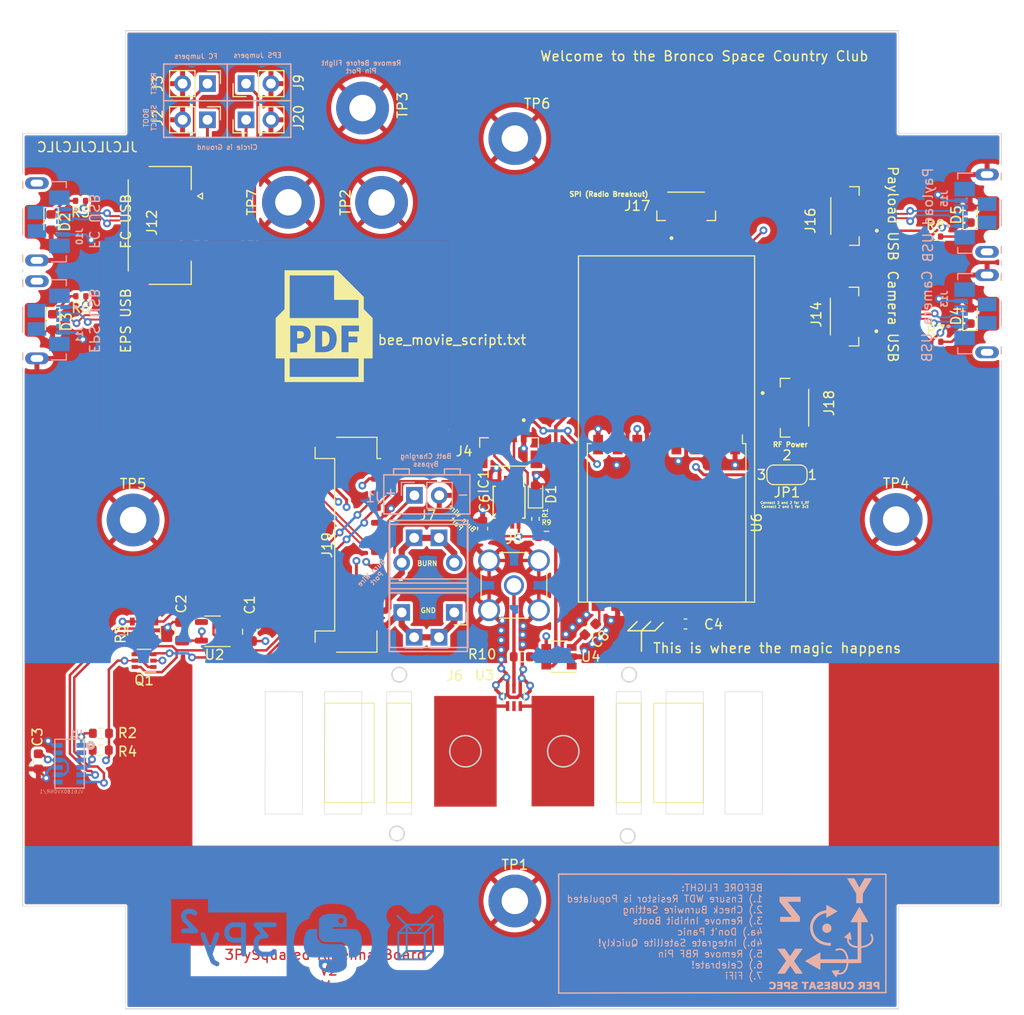
<source format=kicad_pcb>
(kicad_pcb (version 20240108) (generator "pcbnew") (generator_version "8.0")
  (layers (0 "F.Cu" signal) (1 "In1.Cu" signal) (2 "In2.Cu" signal) (31 "B.Cu" signal) (34 "B.Paste" user) (35 "F.Paste" user) (36 "B.SilkS" user "B.Silkscreen") (37 "F.SilkS" user "F.Silkscreen") (38 "B.Mask" user) (39 "F.Mask" user) (44 "Edge.Cuts" user))
  (net 0 "")
  (net 1 "GND")
  (net 2 "+3V3")
  (net 4 "Net-(J6-tape_1)")
  (net 5 "Net-(J6-tape_2)")
  (net 6 "Dir_Chrg_In")
  (net 7 "BURN")
  (net 8 "RF_VCC")
  (net 9 "2.8V")
  (net 11 "Net-(D1-A)")
  (net 12 "V_RF")
  (net 13 "EPS_USBBOOT")
  (net 14 "/SCL_3V")
  (net 15 "~{EPS_RESET}")
  (net 16 "SCL1")
  (net 17 "/GPIO")
  (net 18 "/XSHUT_2.8V")
  (net 24 "Net-(D2-A)")
  (net 25 "Net-(D3-A)")
  (net 26 "Net-(D4-A)")
  (net 27 "Net-(D5-A)")
  (net 28 "Net-(J10-VBUS)")
  (net 31 "/2d-")
  (net 32 "/2d+")
  (net 34 "/3d-")
  (net 35 "/3d+")
  (net 37 "Net-(J11-VBUS)")
  (net 38 "Net-(J13-VBUS)")
  (net 39 "Net-(J15-VBUS)")
  (net 40 "OUT2")
  (net 41 "Net-(U4-input2)")
  (net 42 "Balun")
  (net 43 "SPI0_MISO")
  (net 44 "SPI0_MOSI")
  (net 45 "SPI0_SCK")
  (net 46 "SPI0_CS0")
  (net 62 "~{FC_RESET}")
  (net 63 "FC_USB_D-")
  (net 64 "FC_USB_D+")
  (net 65 "Net-(J5-In)")
  (net 66 "EPS_USB_D-")
  (net 67 "EPS_USB_D+")
  (net 68 "FC_USBBOOT")
  (net 69 "SDA1")
  (net 70 "/SDA_3V")
  (net 71 "BURN_GND")
  (footprint "Resistor_SMD:R_0603_1608Metric" (layer "F.Cu") (at 123.5208 135.7694)
    (property "Reference" "R4")
    (property "Value" "10K")
  )
  (footprint "Antenna_board:Burn_Wire" (layer "F.Cu") (at 157.7858 107.4844)
    (property "Reference" "J7")
    (property "Value" "~")
  )
  (footprint "Connector_PinHeader_2.54mm:PinHeader_1x02_P2.54mm_Vertical" (layer "F.Cu") (at 134.4208 67.6194 -90)
    (property "Reference" "J9")
    (property "Value" "FC Reset Jumper")
  )
  (footprint "Antenna_board:JST_BM04B-SRSS-TB(LF)(SN)" (layer "F.Cu") (at 183.3458 79.4194)
    (property "Reference" "J17")
    (property "Value" "BM04B-SRSS-TB(LF)(SN)")
  )
  (footprint "Connector_PinHeader_2.54mm:PinHeader_1x02_P2.54mm_Vertical" (layer "F.Cu") (at 138.3708 71.3194 90)
    (property "Reference" "J2")
    (property "Value" "EPS USB Bootselect Jumper")
  )
  (footprint "RF_Converter:Balun_Johanson_0896BM15A0001" (layer "F.Cu") (at 165.7458 130.3694 -90)
    (property "Reference" "U3")
    (property "Value" "NCS1.5-232+")
  )
  (footprint "Jumper:SolderJumper-3_P1.3mm_Open_RoundedPad1.0x1.5mm_NumberLabels" (layer "F.Cu") (at 193.6458 107.6194 180)
    (property "Reference" "JP1")
    (property "Value" "SolderJumper_3_Open")
  )
  (footprint "Antenna_board:HOPERF_RFM95W_SMD" (layer "F.Cu") (at 181.3458 112.5294 -90)
    (property "Reference" "U6")
    (property "Value" "RFM9xBreakout")
  )
  (footprint "MountingHole:MountingHole_2.7mm_M2.5_Pad" (layer "F.Cu") (at 150.2758 70.1194 90)
    (property "Reference" "TP3")
    (property "Value" "TestPoint")
  )
  (footprint "Antenna_board:JST_BM04B-SRSS-TB(LF)(SN)" (layer "F.Cu") (at 198.8258 81.1594 90)
    (property "Reference" "J16")
    (property "Value" "BM04B-SRSS-TB(LF)(SN)")
  )
  (footprint "Package_TO_SOT_SMD:SuperSOT-6" (layer "F.Cu") (at 170.3458 126.2194 180)
    (property "Reference" "U4")
    (property "Value" "AS193-73LF")
  )
  (footprint "LED_SMD:LED_0603_1608Metric" (layer "F.Cu") (at 167.9458 109.5194 90)
    (property "Reference" "D1")
    (property "Value" "Blue")
  )
  (footprint "Antenna_board:JST_BM04B-SRSS-TB(LF)(SN)" (layer "F.Cu") (at 198.7808 91.4394 90)
    (property "Reference" "J14")
    (property "Value" "BM04B-SRSS-TB(LF)(SN)")
  )
  (footprint "LED_SMD:LED_0603_1608Metric" (layer "F.Cu") (at 212.3558 91.3669 90)
    (property "Reference" "D4")
    (property "Value" "Blue")
  )
  (footprint "LED_SMD:LED_0603_1608Metric" (layer "F.Cu") (at 212.3658 81.0369 90)
    (property "Reference" "D5")
    (property "Value" "Blue")
  )
  (footprint "Antenna_board:JST_BM04B-SRSS-TB(LF)(SN)" (layer "F.Cu") (at 165.2458 106.0319 180)
    (property "Reference" "J4")
    (property "Value" "BM04B-SRSS-TB(LF)(SN)")
  )
  (footprint "Capacitor_SMD:C_0805_2012Metric" (layer "F.Cu") (at 131.8458 123.6194 90)
    (property "Reference" "C2")
    (property "Value" "10uF")
  )
  (footprint "Resistor_SMD:R_0402_1005Metric" (layer "F.Cu") (at 121.4858 89.3594 180)
    (property "Reference" "R6")
    (property "Value" "1K")
  )
  (footprint "Capacitor_SMD:C_0805_2012Metric" (layer "F.Cu") (at 138.7458 123.6694 90)
    (property "Reference" "C1")
    (property "Value" "10uF")
  )
  (footprint "LED_SMD:LED_0603_1608Metric" (layer "F.Cu") (at 118.5958 91.9869 -90)
    (property "Reference" "D3")
    (property "Value" "Blue")
  )
  (footprint "Resistor_SMD:R_0603_1608Metric" (layer "F.Cu") (at 166.5458 126.2194 180)
    (property "Reference" "R10")
    (property "Value" "DNI")
  )
  (footprint "Capacitor_SMD:C_0603_1608Metric" (layer "F.Cu") (at 183.2758 122.8694 180)
    (property "Reference" "C4")
    (property "Value" "10uF")
  )
  (footprint "Resistor_SMD:R_0402_1005Metric" (layer "F.Cu") (at 208.8358 83.2594)
    (property "Reference" "R8")
    (property "Value" "1K")
  )
  (footprint "Connector_Molex:Molex_Pico-Lock_504050-1291_1x12-1MP_P1.50mm_Horizontal" (layer "F.Cu") (at 148.8508 114.7694 -90)
    (property "Reference" "J19")
    (property "Value" "EPS Board Connector")
  )
  (footprint "MountingHole:MountingHole_2.7mm_M2.5_Pad" (layer "F.Cu") (at 142.693713 79.756113 90)
    (property "Reference" "TP7")
    (property "Value" "TestPoint")
  )
  (footprint "Antenna_board:Tape_Measure_Antenna" (layer "F.Cu") (at 165.7858 127.0494)
    (property "Reference" "J6")
    (property "Value" "~")
    (fp_line (start -25.4804 15.2476) (end -21.6562 15.2476) (stroke (width 0.05)) (layer "Edge.Cuts"))
    (fp_line (start -25.4662 2.7476) (end -25.4804 15.2476) (stroke (width 0.05)) (layer "Edge.Cuts"))
    (fp_line (start -21.6562 2.7524) (end -25.4662 2.7476) (stroke (width 0.05)) (layer "Edge.Cuts"))
    (fp_line (start -21.6562 15.2476) (end -21.6562 2.7524) (stroke (width 0.05)) (layer "Edge.Cuts"))
    (fp_line (start -19.4062 15.25) (end -15.582 15.25) (stroke (width 0.05)) (layer "Edge.Cuts"))
    (fp_line (start -19.392 2.75) (end -19.4062 15.25) (stroke (width 0.05)) (layer "Edge.Cuts"))
    (fp_line (start -15.582 2.7548) (end -19.392 2.75) (stroke (width 0.05)) (layer "Edge.Cuts"))
    (fp_line (start -15.582 15.25) (end -15.582 2.7548) (stroke (width 0.05)) (layer "Edge.Cuts"))
    (fp_line (start -13.042 2.75) (end -10.502 2.75) (stroke (width 0.05)) (layer "Edge.Cuts"))
    (fp_line (start -13.042 15.25) (end -13.042 2.75) (stroke (width 0.05)) (layer "Edge.Cuts"))
    (fp_line (start -10.502 2.75) (end -10.502 15.25) (stroke (width 0.05)) (layer "Edge.Cuts"))
    (fp_line (start -10.502 15.25) (end -13.042 15.25) (stroke (width 0.05)) (layer "Edge.Cuts"))
    (fp_line (start 10.42 2.75) (end 10.42 15.25) (stroke (width 0.05)) (layer "Edge.Cuts"))
    (fp_line (start 10.42 15.25) (end 12.96 15.25) (stroke (width 0.05)) (layer "Edge.Cuts"))
    (fp_line (start 12.96 2.75) (end 10.42 2.75) (stroke (width 0.05)) (layer "Edge.Cuts"))
    (fp_line (start 12.96 15.25) (end 12.96 2.75) (stroke (width 0.05)) (layer "Edge.Cuts"))
    (fp_line (start 15.5 2.75) (end 15.5 15.25) (stroke (width 0.05)) (layer "Edge.Cuts"))
    (fp_line (start 15.5 15.25) (end 19.31 15.25) (stroke (width 0.05)) (layer "Edge.Cuts"))
    (fp_line (start 19.31 2.75) (end 15.5 2.75) (stroke (width 0.05)) (layer "Edge.Cuts"))
    (fp_line (start 19.31 15.25) (end 19.31 2.75) (stroke (width 0.05)) (layer "Edge.Cuts"))
    (fp_line (start 21.5258 2.75) (end 21.5258 15.25) (stroke (width 0.05)) (layer "Edge.Cuts"))
    (fp_line (start 21.5258 15.25) (end 25.3358 15.25) (stroke (width 0.05)) (layer "Edge.Cuts"))
    (fp_line (start 25.3358 2.75) (end 21.5258 2.75) (stroke (width 0.05)) (layer "Edge.Cuts"))
    (fp_line (start 25.3358 15.25) (end 25.3358 2.75) (stroke (width 0.05)) (layer "Edge.Cuts"))
    (fp_circle (center -12 17.25) (end -12.75 17.25) (stroke (width 0.15)) (fill none) (layer "Edge.Cuts"))
    (fp_circle (center -11.7562 1) (end -11.0062 1) (stroke (width 0.15)) (fill none) (layer "Edge.Cuts"))
    (fp_circle (center -5 8.8348) (end -3.4 8.8348) (stroke (width 0.15)) (fill none) (layer "Edge.Cuts"))
    (fp_circle (center 5 8.834801) (end 6.6 8.834801) (stroke (width 0.15)) (fill none) (layer "Edge.Cuts"))
    (fp_circle (center 11.5758 17.5) (end 12.3258 17.5) (stroke (width 0.15)) (fill none) (layer "Edge.Cuts"))
    (fp_circle (center 11.7258 1) (end 12.4758 1) (stroke (width 0.15)) (fill none) (layer "Edge.Cuts"))
  )
  (footprint "Resistor_SMD:R_0603_1608Metric" (layer "F.Cu") (at 169.0708 113.9194)
    (property "Reference" "R9")
    (property "Value" "10k")
  )
  (footprint "FC_DEV_BOARD:MOLEX_5040500591" (layer "F.Cu") (at 129.5458 82.1194 90)
    (property "Reference" "J12")
    (property "Value" "FC Board Connector")
  )
  (footprint "MountingHole:MountingHole_2.7mm_M2.5_Pad" (layer "F.Cu") (at 152.2158 79.7694 90)
    (property "Reference" "TP2")
    (property "Value" "TestPoint")
  )
  (footprint "MountingHole:MountingHole_2.7mm_M2.5_Pad" (layer "F.Cu") (at 126.8258 112.2394)
    (property "Reference" "TP5")
    (property "Value" "TestPoint")
  )
  (footprint "MountingHole:MountingHole_2.7mm_M2.5_Pad" (layer "F.Cu") (at 165.8358 73.2394)
    (property "Reference" "TP6")
    (property "Value" "TestPoint")
  )
  (footprint "Package_TO_SOT_SMD:SOT-23-5" (layer "F.Cu") (at 134.9458 123.6194 180)
    (property "Reference" "U2")
    (property "Value" "LP5907-2.8V")
  )
  (footprint "Package_SO:TSSOP-8_3x3mm_P0.65mm" (layer "F.Cu") (at 165.2458 110.4194 -90)
    (property "Reference" "IC1")
    (property "Value" "PCT2075DP,118")
  )
  (footprint "LOGO" (layer "F.Cu") (at 146.3458 92.4194)
    (property "Reference" "G***" (hide yes))
    (property "Value" "LOGO" (hide yes))
  )
  (footprint "Resistor_SMD:R_0402_1005Metric" (layer "F.Cu") (at 208.8558 94.0194)
    (property "Reference" "R7")
    (property "Value" "1K")
  )
  (footprint "MountingHole:MountingHole_2.7mm_M2.5_Pad" (layer "F.Cu") (at 165.8358 151.1894)
    (property "Reference" "TP1")
    (property "Value" "TestPoint")
  )
  (footprint "MountingHole:MountingHole_2.7mm_M2.5_Pad" (layer "F.Cu") (at 204.8058 112.1894)
    (property "Reference" "TP4")
    (property "Value" "TestPoint")
  )
  (footprint "Resistor_SMD:R_0603_1608Metric" (layer "F.Cu") (at 123.5358 134.0494)
    (property "Reference" "R2")
    (property "Value" "10K")
  )
  (footprint "Capacitor_SMD:C_0603_1608Metric" (layer "F.Cu") (at 117.1458 136.9194 -90)
    (property "Reference" "C3")
    (property "Value" "0.1uF")
  )
  (footprint "Connector_Coaxial:SMA_Amphenol_901-144_Vertical" (layer "F.Cu") (at 165.7458 118.9194)
    (property "Reference" "J5")
    (property "Value" "Conn_Coaxial")
  )
  (footprint "Antenna_board:RFM98PW" (layer "F.Cu") (at 181.8373 102.934401 -90)
    (property "Reference" "U5" (hide yes))
    (property "Value" "RFM98PW" (hide yes))
  )
  (footprint "Capacitor_SMD:C_0603_1608Metric" (layer "F.Cu") (at 162.5458 113.1194 90)
    (property "Reference" "C6")
    (property "Value" "100nf")
  )
  (footprint "Package_TO_SOT_SMD:SOT-363_SC-70-6" (layer "F.Cu") (at 127.9458 126.6194 180)
    (property "Reference" "Q1")
    (property "Value" "BSS138")
  )
  (footprint "Capacitor_SMD:C_0603_1608Metric" (layer "F.Cu") (at 173.5458 123.4194 -135)
    (property "Reference" "C8")
    (property "Value" "100pf")
  )
  (footprint "LED_SMD:LED_0603_1608Metric" (layer "F.Cu") (at 118.4458 81.7769 -90)
    (property "Reference" "D2")
    (property "Value" "Blue")
  )
  (footprint "Antenna_board:JST_BM04B-SRSS-TB(LF)(SN)" (layer "F.Cu") (at 195.1658 100.7594 -90)
    (property "Reference" "J18")
    (property "Value" "BM04B-SRSS-TB(LF)(SN)")
  )
  (footprint "Resistor_SMD:R_Array_Convex_4x0603" (layer "F.Cu") (at 127.9458 123.5194 -90)
    (property "Reference" "R3")
    (property "Value" "10K")
  )
  (footprint "LOGO" (layer "F.Cu") (at 186.1458 70.0194)
    (property "Reference" "G***" (hide yes))
    (property "Value" "LOGO" (hide yes))
  )
  (footprint "Connector_PinHeader_2.54mm:PinHeader_1x02_P2.54mm_Vertical" (layer "F.Cu") (at 138.3708 67.6194 90)
    (property "Reference" "J3")
    (property "Value" "EPS Reset Jumper")
  )
  (footprint "Resistor_SMD:R_0402_1005Metric" (layer "F.Cu") (at 121.4558 79.6094 180)
    (property "Reference" "R5")
    (property "Value" "1K")
  )
  (footprint "Resistor_SMD:R_0402_1005Metric" (layer "F.Cu") (at 167.9458 112.1194 90)
    (property "Reference" "R1")
    (property "Value" "1K")
  )
  (footprint "LOGO" (layer "F.Cu") (at 186.937277 157.595673)
    (property "Reference" "G***" (hide yes))
    (property "Value" "LOGO" (hide yes))
  )
  (footprint "Connector_PinHeader_2.54mm:PinHeader_1x02_P2.54mm_Vertical" (layer "F.Cu") (at 134.4208 71.3194 -90)
    (property "Reference" "J20")
    (property "Value" "FC USB Bootselect Jumper")
  )
  (footprint "Antenna_board:MOLEX_105164-0001(round)" (layer "B.Cu") (at 115.5458 81.7444 90)
    (property "Reference" "J10")
    (property "Value" "USB_B_Micro_FC")
    (fp_line (start 0.00053 -0.004943) (end -1.29947 -0.004943) (stroke (width 0.01)) (layer "Edge.Cuts"))
    (fp_line (start 0.00053 -0.004943) (end 1.3 0) (stroke (width 0.01)) (layer "Edge.Cuts"))
    (fp_line (start 4.9 0) (end 3.4 0) (stroke (width 0.01)) (layer "Edge.Cuts"))
    (fp_line (start 3.4 0) (end 2.825 0.5) (stroke (width 0.01)) (layer "Edge.Cuts"))
    (fp_line (start -3.4 0) (end -2.825 0.5) (stroke (width 0.01)) (layer "Edge.Cuts"))
    (fp_line (start -4.9 0) (end -3.4 0) (stroke (width 0.01)) (layer "Edge.Cuts"))
    (fp_line (start 2.825 1.15) (end 2.825 0.5) (stroke (width 0.01)) (layer "Edge.Cuts"))
    (fp_line (start 1.925 1.15) (end 1.925 0.5) (stroke (width 0.01)) (layer "Edge.Cuts"))
    (fp_line (start -1.925 1.15) (end -1.925 0.5) (stroke (width 0.01)) (layer "Edge.Cuts"))
    (fp_line (start -2.825 1.15) (end -2.825 0.5) (stroke (width 0.01)) (layer "Edge.Cuts"))
    (fp_arc (start 1.3 0) (mid 1.71741 0.122834) (end 1.925529 0.504943) (stroke (width 0.01)) (layer "Edge.Cuts"))
    (fp_arc (start -1.924999 0.5) (mid -1.716881 0.117891) (end -1.29947 -0.004943) (stroke (width 0.01)) (layer "Edge.Cuts"))
    (fp_arc (start 2.825 1.15) (mid 2.375 1.6) (end 1.925 1.15) (stroke (width 0.01)) (layer "Edge.Cuts"))
    (fp_arc (start -1.925 1.15) (mid -2.375 1.6) (end -2.825 1.15) (stroke (width 0.01)) (layer "Edge.Cuts"))
  )
  (footprint "LOGO" (layer "B.Cu") (at 127.7458 99.2694 180)
    (property "Reference" "G***" (hide yes))
    (property "Value" "LOGO" (hide yes))
  )
  (footprint "LOGO" (layer "B.Cu") (at 151.4458 120.8194 180)
    (property "Reference" "G***" (hide yes))
    (property "Value" "LOGO" (hide yes))
  )
  (footprint "LOGO" (layer "B.Cu") (at 134.3458 94.9694 180)
    (property "Reference" "G***" (hide yes))
    (property "Value" "LOGO" (hide yes))
  )
  (footprint "Antenna_board:MOLEX_105164-0001(round)" (layer "B.Cu") (at 215.5458 91.1444 -90)
    (property "Reference" "J13")
    (property "Value" "USB_B_Micro")
    (fp_line (start -2.825 1.15) (end -2.825 0.5) (stroke (width 0.01)) (layer "Edge.Cuts"))
    (fp_line (start -1.925 1.15) (end -1.925 0.5) (stroke (width 0.01)) (layer "Edge.Cuts"))
    (fp_line (start 1.925 1.15) (end 1.925 0.5) (stroke (width 0.01)) (layer "Edge.Cuts"))
    (fp_line (start 2.825 1.15) (end 2.825 0.5) (stroke (width 0.01)) (layer "Edge.Cuts"))
    (fp_line (start -4.9 0) (end -3.4 0) (stroke (width 0.01)) (layer "Edge.Cuts"))
    (fp_line (start -3.4 0) (end -2.825 0.5) (stroke (width 0.01)) (layer "Edge.Cuts"))
    (fp_line (start 3.4 0) (end 2.825 0.5) (stroke (width 0.01)) (layer "Edge.Cuts"))
    (fp_line (start 4.9 0) (end 3.4 0) (stroke (width 0.01)) (layer "Edge.Cuts"))
    (fp_line (start 0.00053 -0.004943) (end 1.3 0) (stroke (width 0.01)) (layer "Edge.Cuts"))
    (fp_line (start 0.00053 -0.004943) (end -1.29947 -0.004943) (stroke (width 0.01)) (layer "Edge.Cuts"))
    (fp_arc (start -1.925 1.15) (mid -2.375 1.6) (end -2.825 1.15) (stroke (width 0.01)) (layer "Edge.Cuts"))
    (fp_arc (start 2.825 1.15) (mid 2.375 1.6) (end 1.925 1.15) (stroke (width 0.01)) (layer "Edge.Cuts"))
    (fp_arc (start -1.924999 0.5) (mid -1.716881 0.117891) (end -1.29947 -0.004943) (stroke (width 0.01)) (layer "Edge.Cuts"))
    (fp_arc (start 1.3 0) (mid 1.71741 0.122834) (end 1.925529 0.504943) (stroke (width 0.01)) (layer "Edge.Cuts"))
  )
  (footprint "LOGO" (layer "B.Cu") (at 140.0458 98.9694 180)
    (property "Reference" "G***" (hide yes))
    (property "Value" "LOGO" (hide yes))
  )
  (footprint "Connector_PinHeader_2.54mm:PinHeader_1x02_P2.54mm_Vertical" (layer "B.Cu") (at 155.5708 109.7194 -90)
    (property "Reference" "J1")
    (property "Value" "Battery Charge Bypass")
  )
  (footprint "mainboard:XYZ_cubesat-top" (layer "B.Cu") (at 197.5458 155.3194 180)
    (property "Reference" "REF**" (hide yes))
    (property "Value" "Val**" (hide yes))
  )
  (footprint "Antenna_board:MOLEX_105164-0001(round)" (layer "B.Cu") (at 215.5458 80.8694 -90)
    (property "Reference" "J15")
    (property "Value" "USB_B_Micro")
    (fp_line (start -2.825 1.15) (end -2.825 0.5) (stroke (width 0.01)) (layer "Edge.Cuts"))
    (fp_line (start -1.925 1.15) (end -1.925 0.5) (stroke (width 0.01)) (layer "Edge.Cuts"))
    (fp_line (start 1.925 1.15) (end 1.925 0.5) (stroke (width 0.01)) (layer "Edge.Cuts"))
    (fp_line (start 2.825 1.15) (end 2.825 0.5) (stroke (width 0.01)) (layer "Edge.Cuts"))
    (fp_line (start -4.9 0) (end -3.4 0) (stroke (width 0.01)) (layer "Edge.Cuts"))
    (fp_line (start -3.4 0) (end -2.825 0.5) (stroke (width 0.01)) (layer "Edge.Cuts"))
    (fp_line (start 3.4 0) (end 2.825 0.5) (stroke (width 0.01)) (layer "Edge.Cuts"))
    (fp_line (start 4.9 0) (end 3.4 0) (stroke (width 0.01)) (layer "Edge.Cuts"))
    (fp_line (start 0.00053 -0.004943) (end 1.3 0) (stroke (width 0.01)) (layer "Edge.Cuts"))
    (fp_line (start 0.00053 -0.004943) (end -1.29947 -0.004943) (stroke (width 0.01)) (layer "Edge.Cuts"))
    (fp_arc (start -1.925 1.15) (mid -2.375 1.6) (end -2.825 1.15) (stroke (width 0.01)) (layer "Edge.Cuts"))
    (fp_arc (start 2.825 1.15) (mid 2.375 1.6) (end 1.925 1.15) (stroke (width 0.01)) (layer "Edge.Cuts"))
    (fp_arc (start -1.924999 0.5) (mid -1.716881 0.117891) (end -1.29947 -0.004943) (stroke (width 0.01)) (layer "Edge.Cuts"))
    (fp_arc (start 1.3 0) (mid 1.71741 0.122834) (end 1.925529 0.504943) (stroke (width 0.01)) (layer "Edge.Cuts"))
  )
  (footprint "LOGO" (layer "B.Cu") (at 139.863512 89.335746 180)
    (property "Reference" "G***" (hide yes))
    (property "Value" "LOGO" (hide yes))
  )
  (footprint "LOGO" (layer "B.Cu") (at 151.42669 120.832264 180)
    (property "Reference" "G***" (hide yes))
    (property "Value" "LOGO" (hide yes))
  )
  (footprint "LOGO" (layer "B.Cu") (at 128.365944 90.362311 180)
    (property "Reference" "G***" (hide yes))
    (property "Value" "LOGO" (hide yes))
  )
  (footprint "LOGO" (layer "B.Cu") (at 147.2458 156.1194 180)
    (property "Reference" "G***" (hide yes))
    (property "Value" "LOGO" (hide yes))
  )
  (footprint "LOGO" (layer "B.Cu") (at 151.0708 93.9944 180)
    (property "Reference" "G***" (hide yes))
    (property "Value" "LOGO" (hide yes))
  )
  (footprint "LOGO" (layer "B.Cu") (at 147.2458 156.1194 180)
    (property "Reference" "G***" (hide yes))
    (property "Value" "LOGO" (hide yes))
  )
  (footprint "Antenna_board:MOLEX_105164-0001(round)" (layer "B.Cu") (at 115.5458 91.7694 90)
    (property "Reference" "J11")
    (property "Value" "USB_B_Micro_EPS")
    (fp_line (start 0.00053 -0.004943) (end -1.29947 -0.004943) (stroke (width 0.01)) (layer "Edge.Cuts"))
    (fp_line (start 0.00053 -0.004943) (end 1.3 0) (stroke (width 0.01)) (layer "Edge.Cuts"))
    (fp_line (start 4.9 0) (end 3.4 0) (stroke (width 0.01)) (layer "Edge.Cuts"))
    (fp_line (start 3.4 0) (end 2.825 0.5) (stroke (width 0.01)) (layer "Edge.Cuts"))
    (fp_line (start -3.4 0) (end -2.825 0.5) (stroke (width 0.01)) (layer "Edge.Cuts"))
    (fp_line (start -4.9 0) (end -3.4 0) (stroke (width 0.01)) (layer "Edge.Cuts"))
    (fp_line (start 2.825 1.15) (end 2.825 0.5) (stroke (width 0.01)) (layer "Edge.Cuts"))
    (fp_line (start 1.925 1.15) (end 1.925 0.5) (stroke (width 0.01)) (layer "Edge.Cuts"))
    (fp_line (start -1.925 1.15) (end -1.925 0.5) (stroke (width 0.01)) (layer "Edge.Cuts"))
    (fp_line (start -2.825 1.15) (end -2.825 0.5) (stroke (width 0.01)) (layer "Edge.Cuts"))
    (fp_arc (start 1.3 0) (mid 1.71741 0.122834) (end 1.925529 0.504943) (stroke (width 0.01)) (layer "Edge.Cuts"))
    (fp_arc (start -1.924999 0.5) (mid -1.716881 0.117891) (end -1.29947 -0.004943) (stroke (width 0.01)) (layer "Edge.Cuts"))
    (fp_arc (start 2.825 1.15) (mid 2.375 1.6) (end 1.925 1.15) (stroke (width 0.01)) (layer "Edge.Cuts"))
    (fp_arc (start -1.925 1.15) (mid -2.375 1.6) (end -2.825 1.15) (stroke (width 0.01)) (layer "Edge.Cuts"))
  )
  (footprint "LOGO" (layer "B.Cu") (at 184.7458 74.3194 180)
    (property "Reference" "G***" (hide yes))
    (property "Value" "LOGO" (hide yes))
  )
  (footprint "Adafruit VL6180 Time of Flight Sensor:VL6180" (layer "B.Cu") (at 120.3258 137.1544 180)
    (property "Reference" "U1")
    (property "Value" "VL6180XV0NR/1")
  )
  (footprint "LOGO" (layer "B.Cu") (at 192.8958 116.3194 180)
    (property "Reference" "G***" (hide yes))
    (property "Value" "LOGO" (hide yes))
  )
  (footprint "LOGO" (layer "B.Cu") (at 140.88308 115.0194 180)
    (property "Reference" "G***" (hide yes))
    (property "Value" "LOGO" (hide yes))
  )
  (footprint "LOGO" (layer "B.Cu") (at 179.280099 116.528657 180)
    (property "Reference" "G***" (hide yes))
    (property "Value" "LOGO" (hide yes))
  )
  (gr_line (start 154.7758 156.3094) (end 157.4758 156.3094) (stroke (width 0.2)) (layer "B.Cu"))
  (gr_line (start 156.6258 154.4594) (end 157.4758 153.6094) (stroke (width 0.2)) (layer "B.Cu"))
  (gr_line (start 153.9258 154.4594) (end 154.7758 153.6094) (stroke (width 0.2)) (layer "B.Cu"))
  (gr_line (start 157.4558 152.7194) (end 155.9758 154.1994) (stroke (width 0.2)) (layer "B.Cu"))
  (gr_line (start 154.7758 153.6094) (end 154.7758 156.3094) (stroke (width 0.2)) (layer "B.Cu"))
  (gr_line (start 157.4758 156.3094) (end 156.6258 157.1594) (stroke (width 0.2)) (layer "B.Cu"))
  (gr_line (start 153.9258 154.4594) (end 153.9258 157.1594) (stroke (width 0.2)) (layer "B.Cu"))
  (gr_line (start 156.6258 154.4594) (end 153.9258 154.4594) (stroke (width 0.2)) (layer "B.Cu"))
  (gr_line (start 157.4758 153.6094) (end 157.4758 156.3094) (stroke (width 0.2)) (layer "B.Cu"))
  (gr_line (start 153.9258 157.1594) (end 154.7758 156.3094) (stroke (width 0.2)) (layer "B.Cu"))
  (gr_line (start 153.9258 157.1594) (end 156.6258 157.1594) (stroke (width 0.2)) (layer "B.Cu"))
  (gr_line (start 157.4758 153.6094) (end 154.7758 153.6094) (stroke (width 0.2)) (layer "B.Cu"))
  (gr_line (start 156.6258 157.1594) (end 156.6258 154.4594) (stroke (width 0.2)) (layer "B.Cu"))
  (gr_line (start 153.8258 152.7094) (end 155.2958 154.1794) (stroke (width 0.2)) (layer "B.Cu"))
  (gr_line (start 153.0458 118.2694) (end 153.0458 119.2694) (stroke (width 0.15)) (layer "B.SilkS"))
  (gr_line (start 142.9458 65.6194) (end 136.4458 65.6194) (stroke (width 0.15)) (layer "B.SilkS"))
  (gr_line (start 129.9458 73.1194) (end 136.4458 73.1194) (stroke (width 0.15)) (layer "B.SilkS"))
  (gr_line (start 136.4458 73.1194) (end 136.4458 65.6194) (stroke (width 0.15)) (layer "B.SilkS"))
  (gr_line (start 136.4458 65.6194) (end 136.4458 73.1194) (stroke (width 0.15)) (layer "B.SilkS"))
  (gr_line (start 170.31595 148.446095) (end 170.31595 160.606095) (stroke (width 0.15)) (layer "B.SilkS"))
  (gr_line (start 160.2458 107.0194) (end 158.6458 107.0194) (stroke (width 0.15)) (layer "B.SilkS"))
  (gr_line (start 136.4458 69.3694) (end 142.9458 69.3694) (stroke (width 0.15)) (layer "B.SilkS"))
  (gr_line (start 136.4458 73.1194) (end 142.9458 73.1194) (stroke (width 0.15)) (layer "B.SilkS"))
  (gr_line (start 160.2458 107.6194) (end 160.2458 107.0194) (stroke (width 0.15)) (layer "B.SilkS"))
  (gr_line (start 158.6458 107.0194) (end 158.6458 107.6194) (stroke (width 0.15)) (layer "B.SilkS"))
  (gr_line (start 153.4458 107.0194) (end 155.0458 107.0194) (stroke (width 0.15)) (layer "B.SilkS"))
  (gr_line (start 155.0458 107.0194) (end 155.0458 107.6194) (stroke (width 0.15)) (layer "B.SilkS"))
  (gr_line (start 129.9458 69.3694) (end 136.4458 69.3694) (stroke (width 0.15)) (layer "B.SilkS"))
  (gr_line (start 161.0458 112.2694) (end 161.0458 125.2694) (stroke (width 0.15)) (layer "B.SilkS"))
  (gr_line (start 142.9458 73.1194) (end 142.9458 65.6194) (stroke (width 0.15)) (layer "B.SilkS"))
  (gr_line (start 161.0458 118.2694) (end 153.0458 118.2694) (stroke (width 0.15)) (layer "B.SilkS"))
  (gr_line (start 158.6458 107.6194) (end 153.4458 107.6194) (stroke (width 0.15)) (layer "B.SilkS"))
  (gr_line (start 161.0458 125.2694) (end 153.0458 125.2694) (stroke (width 0.15)) (layer "B.SilkS"))
  (gr_line (start 136.4458 65.6194) (end 129.9458 65.6194) (stroke (width 0.15)) (layer "B.SilkS"))
  (gr_line (start 153.0458 125.2694) (end 153.0458 112.2694) (stroke (width 0.15)) (layer "B.SilkS"))
  (gr_line (start 153.0458 112.2694) (end 161.0458 112.2694) (stroke (width 0.15)) (layer "B.SilkS"))
  (gr_line (start 153.4458 107.6194) (end 153.4458 107.0194) (stroke (width 0.15)) (layer "B.SilkS"))
  (gr_line (start 170.31595 148.446095) (end 203.75595 148.456095) (stroke (width 0.15)) (layer "B.SilkS"))
  (gr_line (start 203.75595 148.456095) (end 203.75595 160.548576) (stroke (width 0.15)) (layer "B.SilkS"))
  (gr_line (start 170.31595 160.606095) (end 203.75595 160.558576) (stroke (width 0.15)) (layer "B.SilkS"))
  (gr_line (start 153.0458 119.2694) (end 161.0458 119.2694) (stroke (width 0.15)) (layer "B.SilkS"))
  (gr_line (start 129.9458 65.6194) (end 129.9458 73.1194) (stroke (width 0.15)) (layer "B.SilkS"))
  (gr_line (start 161.2458 111.6194) (end 161.2458 107.6194) (stroke (width 0.15)) (layer "B.SilkS"))
  (gr_line (start 152.4458 107.6194) (end 152.4458 111.6194) (stroke (width 0.15)) (layer "B.SilkS"))
  (gr_line (start 161.2458 107.6194) (end 152.4458 107.6194) (stroke (width 0.15)) (layer "B.SilkS"))
  (gr_line (start 152.4458 111.6194) (end 161.2458 111.6194) (stroke (width 0.15)) (layer "B.SilkS"))
  (gr_line (start 178.7758 125.6544) (end 178.7758 123.5644) (stroke (width 0.15)) (layer "F.SilkS"))
  (gr_line (start 177.3958 123.5644) (end 178.3258 122.6344) (stroke (width 0.15)) (layer "F.SilkS"))
  (gr_line (start 178.7758 123.5644) (end 179.7058 122.6344) (stroke (width 0.15)) (layer "F.SilkS"))
  (gr_line (start 178.7758 123.5644) (end 180.1358 123.5644) (stroke (width 0.15)) (layer "F.SilkS"))
  (gr_line (start 180.1458 123.5644) (end 180.9858 122.7244) (stroke (width 0.15)) (layer "F.SilkS"))
  (gr_line (start 178.7758 123.5644) (end 177.3958 123.5644) (stroke (width 0.15)) (layer "F.SilkS"))
  (gr_line (start 126.0462 62.2172) (end 140.6458 62.2172) (stroke (width 0.1)) (layer "Edge.Cuts"))
  (gr_line (start 126.0462 162.2172) (end 126.0462 151.7172) (stroke (width 0.05)) (layer "Edge.Cuts"))
  (gr_line (start 205.0462 62.2172) (end 205.0462 72.7172) (stroke (width 0.05)) (layer "Edge.Cuts"))
  (gr_line (start 205.0462 162.2172) (end 126.0462 162.2172) (stroke (width 0.1)) (layer "Edge.Cuts"))
  (gr_line (start 126.0462 72.7172) (end 126.0462 62.2172) (stroke (width 0.05)) (layer "Edge.Cuts"))
  (gr_line (start 115.5458 76.8444) (end 115.5462 72.7172) (stroke (width 0.1)) (layer "Edge.Cuts"))
  (gr_line (start 215.5462 151.7172) (end 205.0462 151.7172) (stroke (width 0.05)) (layer "Edge.Cuts"))
  (gr_line (start 205.0462 72.7172) (end 215.5462 72.7172) (stroke (width 0.05)) (layer "Edge.Cuts"))
  (gr_line (start 126.0462 151.7172) (end 115.5462 151.7172) (stroke (width 0.05)) (layer "Edge.Cuts"))
  (gr_line (start 205.0462 62.2172) (end 151.8458 62.2172) (stroke (width 0.1)) (layer "Edge.Cuts"))
  (gr_line (start 215.5458 96.039403) (end 215.5462 151.7172) (stroke (width 0.1)) (layer "Edge.Cuts"))
  (gr_line (start 205.0462 151.7172) (end 205.0462 162.2172) (stroke (width 0.05)) (layer "Edge.Cuts"))
  (gr_line (start 215.5458 85.7694) (end 215.5458 86.2444) (stroke (width 0.1)) (layer "Edge.Cuts"))
  (gr_line (start 215.5458 75.9694) (end 215.5462 72.7172) (stroke (width 0.1)) (layer "Edge.Cuts"))
  (gr_line (start 115.5458 96.6694) (end 115.5462 151.7172) (stroke (width 0.1)) (layer "Edge.Cuts"))
  (gr_line (start 115.5458 86.6444) (end 115.5458 86.8694) (stroke (width 0.1)) (layer "Edge.Cuts"))
  (gr_line (start 140.6383 62.2194) (end 151.8458 62.2172) (stroke (width 0.1)) (layer "Edge.Cuts"))
  (gr_line (start 115.5462 72.7172) (end 126.0462 72.7172) (stroke (width 0.05)) (layer "Edge.Cuts"))
  (gr_text "3PySquared Antenna Board \nV2\nMichael Pham | Nicole Maggard | Ernesto Montes\n" (at 146.8258 158.2994 0) (layer "F.Cu") (effects (font (size 1 1))))
  (gr_text "2" (at 132.5558 153.3494 0) (layer "B.Cu") (effects (font (size 2 2) (thickness 0.5)) (justify mirror)))
  (gr_text "3Py" (at 137.610184 155.263934 0) (layer "B.Cu") (effects (font (size 3 3) (thickness 0.5)) (justify mirror)))
  (gr_text "Remove Before Flight\nPin Port" (at 150.1458 65.9194 0) (layer "B.SilkS") (effects (font (size 0.5 0.5) (thickness 0.1)) (justify mirror)))
  (gr_text "BEFORE FLIGHT:\n1.) Ensure WDT Resistor is Populated\n2.) Check Burnwire Setting\n3.) Remove Inhibit Boots\n4a.) Don't Panic\n4b.) Integrate Satellite Quickly!\n5.) Remove RBF Pin\n6.) Celebrate! \n7.) FiFi" (at 191.2458 154.356095 0) (layer "B.SilkS") (effects (font (size 0.7 0.7) (thickness 0.1)) (justify left mirror)))
  (gr_text "Payload USB" (at 208.6458 76.1194 90) (layer "B.SilkS") (effects (font (size 1 1)) (justify left bottom mirror)))
  (gr_text "-" (at 160.5458 109.6194 0) (layer "B.SilkS") (effects (font (size 1 1)) (justify mirror)))
  (gr_text "BOOT\nSELECT" (at 129.2458 71.1194 90) (layer "B.SilkS") (effects (font (size 0.5 0.5) (thickness 0.1) (bold yes)) (justify bottom mirror)))
  (gr_text "EPS USB" (at 122.2458 95.2754 -90) (layer "B.SilkS") (effects (font (size 1 1)) (justify left bottom mirror)))
  (gr_text "Batt Charging\nBypass" (at 156.7458 106.1194 0) (layer "B.SilkS") (effects (font (size 0.5 0.5) (thickness 0.1)) (justify mirror)))
  (gr_text "EPS Jumpers" (at 139.5458 65.0194 0) (layer "B.SilkS") (effects (font (size 0.5 0.5) (thickness 0.1) (bold yes)) (justify bottom mirror)))
  (gr_text "FC Jumpers" (at 133.2458 65.1194 0) (layer "B.SilkS") (effects (font (size 0.5 0.5) (thickness 0.1) (bold yes)) (justify bottom mirror)))
  (gr_text "+\n" (at 153.1458 109.4194 0) (layer "B.SilkS") (effects (font (size 1 1)) (justify mirror)))
  (gr_text "RESET" (at 129.2458 67.6194 90) (layer "B.SilkS") (effects (font (size 0.5 0.5) (thickness 0.1) (bold yes)) (justify bottom mirror)))
  (gr_text "Circle is Ground" (at 136.4458 74.4194 0) (layer "B.SilkS") (effects (font (size 0.5 0.5) (thickness 0.1) (bold yes)) (justify bottom mirror)))
  (gr_text "Burn Wire\nPort" (at 151.4458 117.9194 45) (layer "B.SilkS") (effects (font (size 0.5 0.5) (thickness 0.1)) (justify mirror)))
  (gr_text "FC USB" (at 122.2458 84.6074 -90) (layer "B.SilkS") (effects (font (size 1 1)) (justify left bottom mirror)))
  (gr_text "Camera USB" (at 208.5458 86.6294 90) (layer "B.SilkS") (effects (font (size 1 1)) (justify left bottom mirror)))
  (gr_text "Camera USB" (at 203.8858 86.6394 -90) (layer "F.SilkS") (effects (font (size 1 1)) (justify left bottom)))
  (gr_text "Welcome to the Bronco Space Country Club" (at 185.1958 64.8194 0) (layer "F.SilkS") (effects (font (size 1 1))))
  (gr_text "JLCJLCJLCJLC" (at 122.1458 74.1194 0) (layer "F.SilkS") (effects (font (size 1 1)) (justify mirror)))
  (gr_text "bee_movie_script.txt" (at 151.7458 94.4194 0) (layer "F.SilkS") (effects (font (size 1 1)) (justify left bottom)))
  (gr_text "Connect 3 and 2 for V_RF\nConnect 2 and 1 for 3v3" (at 193.4458 111.0194 0) (layer "F.SilkS") (effects (font (size 0.25 0.25) (thickness 0.0625)) (justify bottom)))
  (gr_text "FC USB" (at 126.6698 84.6074 90) (layer "F.SilkS") (effects (font (size 1 1)) (justify left bottom)))
  (gr_text "EPS USB" (at 126.6698 95.2754 90) (layer "F.SilkS") (effects (font (size 1 1)) (justify left bottom)))
  (gr_text "RF Power" (at 192.1458 104.8194 0) (layer "F.SilkS") (effects (font (size 0.5 0.5) (thickness 0.125) (bold yes)) (justify left bottom)))
  (gr_text "Payload USB" (at 203.8858 75.9714 -90) (layer "F.SilkS") (effects (font (size 1 1)) (justify left bottom)))
  (gr_text "This is where the magic happens" (at 192.6458 125.3394 0) (layer "F.SilkS") (effects (font (size 1 1))))
  (gr_text "SPI (Radio Breakout)" (at 171.3458 79.2194 0) (layer "F.SilkS") (effects (font (size 0.5 0.5) (thickness 0.125) (bold yes)) (justify left bottom)))
  (segment (start 121.7058 93.7694) (end 120.8658 92.9294) (width 0.25) (layer "F.Cu") (net 1))
  (segment (start 130.901194 122.669401) (end 130.347958 123.222637) (width 0.25) (layer "F.Cu") (net 1))
  (segment (start 164.4458 127.4194) (end 164.4458 126.5194) (width 0.34925) (layer "F.Cu") (net 1))
  (segment (start 163.2058 121.4594) (end 163.2058 116.3794) (width 0.34925) (layer "F.Cu") (net 1))
  (segment (start 165.0958 130.1194) (end 164.735812 130.1194) (width 0.34925) (layer "F.Cu") (net 1))
  (segment (start 201.3508 79.6594) (end 211.7758 79.6594) (width 0.25) (layer "F.Cu") (net 1))
  (segment (start 151.710138 112.5194) (end 153.177969 111.051569) (width 0.3) (layer "F.Cu") (net 1))
  (segment (start 188.3458 106.6194) (end 188.3458 104.5294) (width 0.25) (layer "F.Cu") (net 1))
  (segment (start 117.9458 138.629545) (end 117.1458 137.829545) (width 0.254) (layer "F.Cu") (net 1))
  (segment (start 166.627425 130.301025) (end 166.9458 130.301025) (width 0.34925) (layer "F.Cu") (net 1))
  (segment (start 164.2658 122.5194) (end 163.2058 121.4594) (width 0.34925) (layer "F.Cu") (net 1))
  (segment (start 151.6458 112.5194) (end 151.710138 112.5194) (width 0.3) (layer "F.Cu") (net 1))
  (segment (start 164.971175 127.944775) (end 164.4458 127.4194) (width 0.34925) (layer "F.Cu") (net 1))
  (segment (start 163.8958 129.593414) (end 164.578799 130.276413) (width 0.34925) (layer "F.Cu") (net 1))
  (segment (start 162.5458 112.3444) (end 162.5458 111.2194) (width 0.3) (layer "F.Cu") (net 1))
  (segment (start 163.2058 116.3794) (end 168.2858 116.3794) (width 0.34925) (layer "F.Cu") (net 1))
  (segment (start 195.1658 103.5594) (end 193.9408 103.5594) (width 0.25) (layer "F.Cu") (net 1))
  (segment (start 201.3058 89.9394) (end 211.7158 89.9394) (width 0.25) (layer "F.Cu") (net 1))
  (segment (start 165.0958 129.469399) (end 165.0958 130.1194) (width 0.34925) (layer "F.Cu") (net 1))
  (segment (start 164.4458 122.6194) (end 164.5458 122.5194) (width 0.34925) (layer "F.Cu") (net 1))
  (segment (start 166.6458 128.4194) (end 167.3958 129.1694) (width 0.34925) (layer "F.Cu") (net 1))
  (segment (start 182.334801 106.2194) (end 179.5873 108.966901) (width 0.25) (layer "F.Cu") (net 1))
  (segment (start 120.8658 92.9294) (end 118.7508 92.9294) (width 0.25) (layer "F.Cu") (net 1))
  (segment (start 166.5458 128.4194) (end 166.3958 128.5694) (width 0.34925) (layer "F.Cu") (net 1))
  (segment (start 166.6458 123.1194) (end 166.6958 123.0694) (width 0.34925) (layer "F.Cu") (net 1))
  (segment (start 166.5458 128.4194) (end 166.6458 128.4194) (width 0.34925) (layer "F.Cu") (net 1))
  (segment (start 165.3458 130.3694) (end 166.0958 130.3694) (width 0.34925) (layer "F.Cu") (net 1))
  (segment (start 193.6658 102.2594) (end 193.7408 102.1844) (width 0.25) (layer "F.Cu") (net 1))
  (segment (start 166.6958 127.5194) (end 166.596175 127.419775) (width 0.34925) (layer "F.Cu") (net 1))
  (segment (start 131.8458 122.669401) (end 130.901194 122.669401) (width 0.25) (layer "F.Cu") (net 1))
  (segment (start 166.3958 128.5694) (end 166.3958 129.469399) (width 0.34925) (layer "F.Cu") (net 1))
  (segment (start 164.270799 108.2694) (end 164.270799 107.244705) (width 0.3) (layer "F.Cu") (net 1))
  (segment (start 166.3958 130.0694) (end 166.627425 130.301025) (width 0.34925) (layer "F.Cu") (net 1))
  (segment (start 164.4458 123.5194) (end 164.4458 122.6194) (width 0.34925) (layer "F.Cu") (net 1))
  (segment (start 164.971175 128.3194) (end 164.6958 128.3194) (width 0.34925) (layer "F.Cu") (net 1))
  (segment (start 164.5458 122.5194) (end 164.2658 122.5194) (width 0.34925) (layer "F.Cu") (net 1))
  (segment (start 165.0958 130.1194) (end 165.3458 130.3694) (width 0.34925) (layer "F.Cu") (net 1))
  (segment (start 164.735812 130.1194) (end 164.578799 130.276413) (width 0.34925) (layer "F.Cu") (net 1))
  (segment (start 168.2858 116.3794) (end 168.2858 121.4594) (width 0.34925) (layer "F.Cu") (net 1))
  (segment (start 118.4458 82.5644) (end 119.5008 83.6194) (width 0.25) (layer "F.Cu") (net 1))
  (segment (start 166.9458 130.1694) (end 167.3958 129.7194) (width 0.34925) (layer "F.Cu") (net 1))
  (segment (start 193.7408 100.5444) (end 193.4558 100.2594) (width 0.25) (layer "F.Cu") (net 1))
  (segment (start 164.4458 124.5194) (end 164.4458 123.5194) (width 0.34925) (layer "F.Cu") (net 1))
  (segment (start 164.4458 126.5194) (end 164.4458 125.5194) (width 0.34925) (layer "F.Cu") (net 1))
  (segment (start 164.4458 125.5194) (end 164.4458 124.5194) (width 0.34925) (layer "F.Cu") (net 1))
  (segment (start 164.971175 128.3194) (end 164.971175 127.944775) (width 0.34925) (layer "F.Cu") (net 1))
  (segment (start 178.593301 108.966901) (end 179.5873 108.966901) (width 0.25) (layer "F.Cu") (net 1))
  (segment (start 166.596175 127.419775) (end 166.596175 125.019025) (width 0.34925) (layer "F.Cu") (net 1))
  (segment (start 166.9458 130.301025) (end 166.9458 130.1694) (width 0.34925) (layer "F.Cu") (net 1))
  (segment (start 193.4558 100.2594) (end 192.6408 100.2594) (width 0.25) (layer "F.Cu") (net 1))
  (segment (start 164.6958 128.3194) (end 163.8958 129.1194) (width 0.34925) (layer "F.Cu") (net 1))
  (segment (start 117.1458 137.829545) (end 117.1458 137.6944) (width 0.254) (layer "F.Cu") (net 1))
  (segment (start 209.0758 78.9794) (end 208.3958 79.6594) (width 0.25) (layer "F.Cu") (net 1))
  (segment (start 166.5458 127.6694) (end 166.6958 127.5194) (width 0.34925) (layer "F.Cu") (net 1))
  (segment (start 174.3458 104.5294) (end 174.3458 102.9194) (width 0.25) (layer "F.Cu") (net 1))
  (segment (start 166.6458 123.9694) (end 166.6458 123.1194) (width 0.34925) (layer "F.Cu") (net 1))
  (segment (start 193.9408 103.5594) (end 192.6408 102.2594) (width 0.25) (layer "F.Cu") (net 1))
  (segment (start 166.0958 130.3694) (end 166.3958 130.0694) (width 0.34925) (layer "F.Cu") (net 1))
  (segment (start 208.8458 89.9394) (end 201.3058 89.9394) (width 0.25) (layer "F.Cu") (net 1))
  (segment (start 167.9458 108.7319) (end 167.9458 107.8194) (width 0.3) (layer "F.Cu") (net 1))
  (segment (start 182.5458 106.2194) (end 182.334801 106.2194) (width 0.25) (layer "F.Cu") (net 1))
  (segment (start 165.0958 128.444025) (end 165.0958 129.469399) (width 0.34925) (layer "F.Cu") (net 1))
  (segment (start 167.9458 107.8194) (end 168.0458 107.7194) (width 0.3) (layer "F.Cu") (net 1))
  (segment (start 167.3958 129.7194) (end 167.3958 129.1694) (width 0.34925) (layer "F.Cu") (net 1))
  (segment (start 211.7758 79.6594) (end 212.3658 80.2494) (width 0.25) (layer "F.Cu") (net 1))
  (segment (start 118.7508 92.9294) (end 118.5958 92.7744) (width 0.25) (layer "F.Cu") (net 1))
  (segment (start 164.270799 107.244705) (end 163.945647 106.919553) (width 0.3) (layer "F.Cu") (net 1))
  (segment (start 211.7158 89.9394) (end 212.3558 90.5794) (width 0.25) (layer "F.Cu") (net 1))
  (segment (start 119.5008 83.6194) (end 122.5358 83.6194) (width 0.25) (layer "F.Cu") (net 1))
  (segment (start 176.2458 106.6194) (end 178.593301 108.966901) (width 0.25) (layer "F.Cu") (net 1))
  (segment (start 208.3958 79.6594) (end 201.3508 79.6594) (width 0.25) (layer "F.Cu") (net 1))
  (segment (start 164.971175 128.3194) (end 165.0958 128.444025) (width 0.34925) (layer "F.Cu") (net 1))
  (segment (start 192.6408 102.2594) (end 193.6658 102.2594) (width 0.25) (layer "F.Cu") (net 1))
  (segment (start 209.1758 89.6094) (end 208.8458 89.9394) (width 0.25) (layer "F.Cu") (net 1))
  (segment (start 166.6958 123.0494) (end 168.2858 121.4594) (width 0.34925) (layer "F.Cu") (net 1))
  (segment (start 166.7458 103.5069) (end 166.7458 104.9194) (width 0.3) (layer "F.Cu") (net 1))
  (segment (start 166.596175 125.019025) (end 166.6458 124.9694) (width 0.34925) (layer "F.Cu") (net 1))
  (segment (start 166.6958 123.0694) (end 166.6958 123.0494) (width 0.34925) (layer "F.Cu") (net 1))
  (segment (start 193.7408 102.1844) (end 193.7408 100.5444) (width 0.25) (layer "F.Cu") (net 1))
  (segment (start 195.1658 97.9594) (end 195.1658 103.5594) (width 0.25) (layer "F.Cu") (net 1))
  (segment (start 166.3958 130.0694) (end 166.3958 129.469399) (width 0.34925) (layer "F.Cu") (net 1))
  (segment (start 166.6458 124.9694) (end 166.6458 123.9694) (width 0.34925) (layer "F.Cu") (net 1))
  (segment (start 163.8958 129.1194) (end 163.8958 129.593414) (width 0.34925) (layer "F.Cu") (net 1))
  (segment (start 166.5458 128.4194) (end 166.5458 127.6694) (width 0.34925) (layer "F.Cu") (net 1))
  (via (at 122.5358 83.6194) (size 0.8) (drill 0.4) (layers "F.Cu" "B.Cu") (net 1))
  (via (at 188.3458 106.6194) (size 0.8) (drill 0.4) (layers "F.Cu" "B.Cu") (net 1))
  (via (at 166.7458 104.9194) (size 0.8) (drill 0.4) (layers "F.Cu" "B.Cu") (net 1))
  (via (at 182.5458 106.2194) (size 0.8) (drill 0.4) (layers "F.Cu" "B.Cu") (net 1))
  (via (at 171.0458 123.9194) (size 0.8) (drill 0.4) (layers "F.Cu" "B.Cu") (net 1))
  (via (at 172.9458 125.6194) (size 0.8) (drill 0.4) (layers "F.Cu" "B.Cu") (net 1))
  (via (at 166.6958 123.0694) (size 0.8) (drill 0.4) (layers "F.Cu" "B.Cu") (net 1))
  (via (at 130.347958 123.222637) (size 0.8) (drill 0.4) (layers "F.Cu" "B.Cu") (net 1))
  (via (at 176.2458 106.6194) (size 0.8) (drill 0.4) (layers "F.Cu" "B.Cu") (net 1))
  (via (at 173.7458 124.9194) (size 0.8) (drill 0.4) (layers "F.Cu" "B.Cu") (net 1))
  (via (at 209.0758 78.9794) (size 0.8) (drill 0.4) (layers "F.Cu" "B.Cu") (net 1))
  (via (at 164.4458 125.5194) (size 0.8) (drill 0.4) (layers "F.Cu" "B.Cu") (net 1))
  (via (at 163.945647 106.919553) (size 0.8) (drill 0.4) (layers "F.Cu" "B.Cu") (net 1))
  (via (at 171.7458 123.2194) (size 0.8) (drill 0.4) (layers "F.Cu" "B.Cu") (net 1))
  (via (at 166.6458 124.9694) (size 0.8) (drill 0.4) (layers "F.Cu" "B.Cu") (net 1))
  (via (at 167.3958 129.1694) (size 0.8) (drill 0.4) (layers "F.Cu" "B.Cu") (net 1))
  (via (at 164.4458 123.5194) (size 0.8) (drill 0.4) (layers "F.Cu" "B.Cu") (net 1))
  (via (at 117.9458 138.629545) (size 0.8) (drill 0.4) (layers "F.Cu" "B.Cu") (net 1))
  (via (at 168.0458 107.7194) (size 0.8) (drill 0.4) (layers "F.Cu" "B.Cu") (net 1))
  (via (at 175.1458 123.5194) (size 0.8) (drill 0.4) (layers "F.Cu" "B.Cu") (net 1))
  (via (at 166.6958 127.5194) (size 0.8) (drill 0.4) (layers "F.Cu" "B.Cu") (net 1))
  (via (at 164.4458 124.5194) (size 0.8) (drill 0.4) (layers "F.Cu" "B.Cu") (net 1))
  (via (at 174.5458 124.3194) (size 0.8) (drill 0.4) (layers "F.Cu" "B.Cu") (net 1))
  (via (at 164.5458 122.5194) (size 0.8) (drill 0.4) (layers "F.Cu" "B.Cu") (net 1))
  (via (at 166.9458 130.301025) (size 0.8) (drill 0.4) (layers "F.Cu" "B.Cu") (net 1))
  (via (at 163.8958 129.1194) (size 0.8) (drill 0.4) (layers "F.Cu" "B.Cu") (net 1))
  (via (at 166.6458 123.9694) (size 0.8) (drill 0.4) (layers "F.Cu" "B.Cu") (net 1))
  (via (at 164.4458 126.5194) (size 0.8) (drill 0.4) (layers "F.Cu" "B.Cu") (net 1))
  (via (at 175.6458 122.5194) (size 0.8) (drill 0.4) (layers "F.Cu" "B.Cu") (net 1))
  (via (at 164.4458 127.4194) (size 0.8) (drill 0.4) (layers "F.Cu" "B.Cu") (net 1))
  (via (at 162.5458 111.2194) (size 0.8) (drill 0.4) (layers "F.Cu" "B.Cu") (net 1))
  (via (at 153.177969 111.051569) (size 0.8) (drill 0.4) (layers "F.Cu" "B.Cu") (net 1))
  (via (at 172.4458 122.5194) (size 0.8) (drill 0.4) (layers "F.Cu" "B.Cu") (net 1))
  (via (at 118.1458 134.8194) (size 0.8) (drill 0.4) (layers "F.Cu" "B.Cu") (net 1))
  (via (at 164.971175 128.3194) (size 0.8) (drill 0.4) (layers "F.Cu" "B.Cu") (net 1))
  (via (at 166.5458 128.4194) (size 0.8) (drill 0.4) (layers "F.Cu" "B.Cu") (net 1))
  (via (at 209.1758 89.6094) (size 0.8) (drill 0.4) (layers "F.Cu" "B.Cu") (net 1))
  (via (at 121.7058 93.7694) (size 0.8) (drill 0.4) (layers "F.Cu" "B.Cu") (net 1))
  (via (at 173.1458 121.9194) (size 0.8) (drill 0.4) (layers "F.Cu" "B.Cu") (net 1))
  (via (at 174.3458 102.9194) (size 0.8) (drill 0.4) (layers "F.Cu" "B.Cu") (net 1))
  (via (at 164.578799 130.276413) (size 0.8) (drill 0.4) (layers "F.Cu" "B.Cu") (net 1))
  (segment (start 118.4718 137.5294) (end 119.1258 137.5294) (width 0.254) (layer "B.Cu") (net 1))
  (segment (start 209.6758 79.5794) (end 209.0758 78.9794) (width 0.25) (layer "B.Cu") (net 1))
  (segment (start 119.6558 83.0594) (end 121.9758 83.0594) (width 0.25) (layer "B.Cu") (net 1))
  (segment (start 117.9458 138.0554) (end 118.4718 137.5294) (width 0.254) (layer "B.Cu") (net 1))
  (segment (start 121.0058 93.0694) (end 121.7058 93.7694) (width 0.25) (layer "B.Cu") (net 1))
  (segment (start 121.9758 83.0594) (end 122.5358 83.6194) (width 0.25) (layer "B.Cu") (net 1))
  (segment (start 117.9458 138.629545) (end 117.9458 138.0554) (width 0.254) (layer "B.Cu") (net 1))
  (segment (start 209.405803 89.839403) (end 209.1758 89.6094) (width 0.25) (layer "B.Cu") (net 1))
  (segment (start 211.4358 89.839403) (end 209.405803 89.839403) (width 0.25) (layer "B.Cu") (net 1))
  (segment (start 118.1458 134.8194) (end 118.6058 135.2794) (width 0.254) (layer "B.Cu") (net 1))
  (segment (start 118.6058 135.2794) (end 119.1258 135.2794) (width 0.254) (layer "B.Cu") (net 1))
  (segment (start 211.4358 79.5794) (end 209.6758 79.5794) (width 0.25) (layer "B.Cu") (net 1))
  (segment (start 119.6558 93.0694) (end 121.0058 93.0694) (width 0.25) (layer "B.Cu") (net 1))
  (segment (start 136.0833 124.569399) (end 138.695799 124.569399) (width 0.25) (layer "F.Cu") (net 2))
  (segment (start 135.694891 122.669401) (end 135.0458 123.318492) (width 0.25) (layer "F.Cu") (net 2))
  (segment (start 166.2458 112.594399) (end 166.220801 112.5694) (width 0.25) (layer "F.Cu") (net 2))
  (segment (start 178.3458 102.9194) (end 178.3458 104.5294) (width 0.25) (layer "F.Cu") (net 2))
  (segment (start 138.695799 124.569399) (end 138.7458 124.6194) (width 0.25) (layer "F.Cu") (net 2))
  (segment (start 167.9458 112.629399) (end 167.1458 111.829399) (width 0.25) (layer "F.Cu") (net 2))
  (segment (start 162.545801 113.894401) (end 162.5458 113.8944) (width 0.25) (layer "F.Cu") (net 2))
  (segment (start 129.9458 122.6194) (end 129.1458 122.6194) (width 0.25) (layer "F.Cu") (net 2))
  (segment (start 135.694891 124.569399) (end 136.0833 124.569399) (width 0.25) (layer "F.Cu") (net 2))
  (segment (start 135.0458 123.318492) (end 135.0458 122.568493) (width 0.25) (layer "F.Cu") (net 2))
  (segment (start 134.321708 121.844401) (end 130.720799 121.844401) (width 0.25) (layer "F.Cu") (net 2))
  (segment (start 130.720799 121.844401) (end 129.9458 122.6194) (width 0.25) (layer "F.Cu") (net 2))
  (segment (start 166.2458 113.9194) (end 166.220801 113.894401) (width 0.25) (layer "F.Cu") (net 2))
  (segment (start 188.3373 92.4159) (end 192.6408 96.7194) (width 0.25) (layer "F.Cu") (net 2))
  (segment (start 192.6408 96.7194) (end 196.0758 96.7194) (width 0.25) (layer "F.Cu") (net 2))
  (segment (start 135.0458 122.568493) (end 134.321708 121.844401) (width 0.25) (layer "F.Cu") (net 2))
  (segment (start 129.1458 122.6194) (end 128.3458 122.6194) (width 0.25) (layer "F.Cu") (net 2))
  (segment (start 135.0458 123.920308) (end 135.694891 124.569399) (width 0.25) (layer "F.Cu") (net 2))
  (segment (start 192.6408 99.2594) (end 192.6408 96.7194) (width 0.25) (layer "F.Cu") (net 2))
  (segment (start 167.1458 111.829399) (end 167.1458 107.4194) (width 0.25) (layer "F.Cu") (net 2))
  (segment (start 150.9458 108.0194) (end 150.2458 108.7194) (width 0.3) (layer "F.Cu") (net 2))
  (segment (start 169.0458 125.2694) (end 169.0458 124.1194) (width 0.34925) (layer "F.Cu") (net 2))
  (segment (start 136.0833 122.669401) (end 135.694891 122.669401) (width 0.25) (layer "F.Cu") (net 2))
  (segment (start 196.5458 97.1894) (end 196.5458 106.0194) (width 0.25) (layer "F.Cu") (net 2))
  (segment (start 168.2458 113.9194) (end 166.2458 113.9194) (width 0.25) (layer "F.Cu") (net 2))
  (segment (start 166.220801 113.894401) (end 162.545801 113.894401) (width 0.25) (layer "F.Cu") (net 2))
  (segment (start 191.2458 82.625901) (end 188.3373 85.534401) (width 0.25) (layer "F.Cu") (net 2))
  (segment (start 196.0758 96.7194) (end 196.5458 97.1894) (width 0.25) (layer "F.Cu") (net 2))
  (segment (start 165.7458 106.0194) (end 165.7458 103.5069) (width 0.25) (layer "F.Cu") (net 2))
  (segment (start 135.0458 123.318492) (end 135.0458 123.920308) (width 0.25) (layer "F.Cu") (net 2))
  (segment (start 196.5458 106.0194) (end 194.9458 107.6194) (width 0.25) (layer "F.Cu") (net 2))
  (segment (start 168.2458 113.9194) (end 168.2458 112.929399) (width 0.25) (layer "F.Cu") (net 2))
  (segment (start 138.7458 124.6194) (end 140.3458 124.6194) (width 0.25) (layer "F.Cu") (net 2))
  (segment (start 167.1458 107.4194) (end 165.7458 106.0194) (width 0.25) (layer "F.Cu") (net 2))
  (segment (start 188.3373 85.534401) (end 188.3373 92.4159) (width 0.25) (layer "F.Cu") (net 2))
  (segment (start 168.2458 112.929399) (end 167.9458 112.629399) (width 0.25) (layer "F.Cu") (net 2))
  (segment (start 151.6458 108.0194) (end 150.9458 108.0194) (width 0.3) (layer "F.Cu") (net 2))
  (segment (start 166.2458 113.9194) (end 166.2458 112.594399) (width 0.25) (layer "F.Cu") (net 2))
  (via (at 166.2458 113.9194) (size 0.8) (drill 0.4) (layers "F.Cu" "B.Cu") (net 2))
  (via (at 140.3458 124.6194) (size 0.8) (drill 0.4) (layers "F.Cu" "B.Cu") (net 2))
  (via (at 150.2458 108.7194) (size 0.8) (drill 0.4) (layers "F.Cu" "B.Cu") (net 2))
  (via (at 178.3458 102.9194) (size 0.8) (drill 0.4) (layers "F.Cu" "B.Cu") (net 2))
  (via (at 169.0458 124.1194) (size 0.8) (drill 0.4) (layers "F.Cu" "B.Cu") (net 2))
  (via (at 191.2458 82.625901) (size 0.8) (drill 0.4) (layers "F.Cu" "B.Cu") (net 2))
  (segment (start 163.745801 131.269401) (end 163.7458 131.2694) (width 0.34925) (layer "F.Cu") (net 4))
  (segment (start 160.7838 135.581401) (end 160.7838 135.8894) (width 0.34925) (layer "F.Cu") (net 4))
  (segment (start 165.0958 131.269401) (end 163.745801 131.269401) (width 0.34925) (layer "F.Cu") (net 4))
  (segment (start 167.795799 131.269401) (end 167.7958 131.2694) (width 0.34925) (layer "F.Cu") (net 5))
  (segment (start 166.3958 131.269401) (end 167.795799 131.269401) (width 0.34925) (layer "F.Cu") (net 5))
  (segment (start 151.6458 118.5194) (end 152.4458 118.5194) (width 0.3) (layer "F.Cu") (net 6))
  (segment (start 152.9458 112.3444) (end 155.5708 109.7194) (width 0.3) (layer "F.Cu") (net 6))
  (segment (start 152.9458 118.0194) (end 152.9458 112.3444) (width 0.3) (layer "F.Cu") (net 6))
  (segment (start 152.4458 118.5194) (end 152.9458 118.0194) (width 0.3) (layer "F.Cu") (net 6))
  (segment (start 154.2758 116.6094) (end 154.2758 117.633388) (width 0.635) (layer "F.Cu") (net 7))
  (segment (start 154.2758 117.633388) (end 153.5458 118.363388) (width 0.635) (layer "F.Cu") (net 7))
  (segment (start 154.2758 116.6094) (end 154.2758 115.3394) (width 0.635) (layer "F.Cu") (net 7))
  (segment (start 159.6458 115.6294) (end 158.0858 114.0694) (width 0.635) (layer "F.Cu") (net 7))
  (segment (start 155.5458 114.0694) (end 158.0858 114.0694) (width 0.635) (layer "F.Cu") (net 7))
  (segment (start 159.6458 116.6094) (end 159.6458 115.6294) (width 0.635) (layer "F.Cu") (net 7))
  (segment (start 152.9083 120.3219) (end 152.9083 121.2194) (width 0.635) (layer "F.Cu") (net 7))
  (segment (start 154.2858 116.5944) (end 153.7315 116.5944) (width 0.635) (layer "F.Cu") (net 7))
  (segment (start 154.2758 115.3394) (end 155.5458 114.0694) (width 0.635) (layer "F.Cu") (net 7))
  (segment (start 153.5458 119.6844) (end 152.9083 120.3219) (width 0.635) (layer "F.Cu") (net 7))
  (segment (start 152.6083 121.5194) (end 151.6458 121.5194) (width 0.635) (layer "F.Cu") (net 7))
  (segment (start 153.5458 118.363388) (end 153.5458 119.6844) (width 0.635) (layer "F.Cu") (net 7))
  (segment (start 152.9083 121.2194) (end 152.6083 121.5194) (width 0.635) (layer "F.Cu") (net 7))
  (segment (start 191.2658 108.6994) (end 182.3373 117.6279) (width 0.25) (layer "F.Cu") (net 8))
  (segment (start 182.3373 120.534401) (end 182.3373 122.7059) (width 0.25) (layer "F.Cu") (net 8))
  (segment (start 182.3373 122.7059) (end 182.5008 122.8694) (width 0.25) (layer "F.Cu") (net 8))
  (segment (start 182.3373 117.6279) (end 182.3373 120.534401) (width 0.25) (layer "F.Cu") (net 8))
  (segment (start 193.032492 108.6994) (end 191.2658 108.6994) (width 0.25) (layer "F.Cu") (net 8))
  (segment (start 193.6458 107.6194) (end 193.6458 108.086092) (width 0.25) (layer "F.Cu") (net 8))
  (segment (start 193.6458 108.086092) (end 193.032492 108.6994) (width 0.25) (layer "F.Cu") (net 8))
  (segment (start 128.895799 126.6194) (end 129.808453 126.6194) (width 0.1524) (layer "F.Cu") (net 9))
  (segment (start 133.8083 124.569399) (end 131.8458 124.569399) (width 0.25) (layer "F.Cu") (net 9))
  (segment (start 133.8083 123.6569) (end 133.8458 123.6194) (width 0.25) (layer "F.Cu") (net 9))
  (segment (start 125.2458 126.6194) (end 125.9458 126.6194) (width 0.254) (layer "F.Cu") (net 9))
  (segment (start 124.3608 134.0494) (end 124.3458 134.0344) (width 0.254) (layer "F.Cu") (net 9))
  (segment (start 124.3608 135.7544) (end 124.3458 135.7694) (width 0.254) (layer "F.Cu") (net 9))
  (segment (start 124.3458 134.0344) (end 124.3458 127.5194) (width 0.254) (layer "F.Cu") (net 9))
  (segment (start 124.3458 136.5194) (end 124.0458 136.8194) (width 0.254) (layer "F.Cu") (net 9))
  (segment (start 118.10673 136.731536) (end 117.519594 136.1444) (width 0.254) (layer "F.Cu") (net 9))
  (segment (start 124.3458 135.7694) (end 124.5728 135.9964) (width 0.254) (layer "F.Cu") (net 9))
  (segment (start 126.995801 126.6194) (end 125.9458 126.6194) (width 0.1524) (layer "F.Cu") (net 9))
  (segment (start 133.8083 124.569399) (end 133.8083 123.6569) (width 0.25) (layer "F.Cu") (net 9))
  (segment (start 117.519594 136.1444) (end 117.4458 136.1444) (width 0.254) (layer "F.Cu") (net 9))
  (segment (start 125.7458 122.6194) (end 126.7458 122.6194) (width 0.25) (layer "F.Cu") (net 9))
  (segment (start 124.3608 134.0494) (end 124.3608 135.7544) (width 0.254) (layer "F.Cu") (net 9))
  (segment (start 127.5458 122.6194) (end 126.7458 122.6194) (width 0.25) (layer "F.Cu") (net 9))
  (segment (start 124.3458 135.7694) (end 124.3458 136.5194) (width 0.254) (layer "F.Cu") (net 9))
  (segment (start 129.808453 126.6194) (end 129.8208 126.607053) (width 0.1524) (layer "F.Cu") (net 9))
  (segment (start 124.3458 127.5194) (end 125.2458 126.6194) (width 0.254) (layer "F.Cu") (net 9))
  (via (at 124.0458 136.8194) (size 0.8) (drill 0.4) (layers "F.Cu" "B.Cu") (net 9))
  (via (at 125.9458 126.6194) (size 0.8) (drill 0.4) (layers "F.Cu" "B.Cu") (net 9))
  (via (at 118.10673 136.731536) (size 0.8) (drill 0.4) (layers "F.Cu" "B.Cu") (net 9))
  (via (at 125.7458 122.6194) (size 0.8) (drill 0.4) (layers "F.Cu" "B.Cu") (net 9))
  (via (at 133.8458 123.6194) (size 0.8) (drill 0.4) (layers "F.Cu" "B.Cu") (net 9))
  (via (at 129.8208 126.607053) (size 0.8) (drill 0.4) (layers "F.Cu" "B.Cu") (net 9))
  (segment (start 118.10673 136.731536) (end 118.154594 136.7794) (width 0.254) (layer "B.Cu") (net 9))
  (segment (start 119.7798 136.7794) (end 120.1458 137.1454) (width 0.254) (layer "B.Cu") (net 9))
  (segment (start 119.1258 136.7794) (end 119.7798 136.7794) (width 0.254) (layer "B.Cu") (net 9))
  (segment (start 119.7858 138.2794) (end 119.1258 138.2794) (width 0.254) (layer "B.Cu") (net 9))
  (segment (start 118.154594 136.7794) (end 119.1258 136.7794) (width 0.254) (layer "B.Cu") (net 9))
  (segment (start 120.1458 137.1454) (end 120.1458 137.9194) (width 0.254) (layer "B.Cu") (net 9))
  (segment (start 120.1458 137.9194) (end 119.7858 138.2794) (width 0.254) (layer "B.Cu") (net 9))
  (segment (start 167.9458 111.609401) (end 167.9458 110.3069) (width 0.25) (layer "F.Cu") (net 11))
  (segment (start 191.5408 106.8144) (end 192.3458 107.6194) (width 0.25) (layer "F.Cu") (net 12))
  (segment (start 174.2458 106.5194) (end 171.2458 103.5194) (width 0.3) (layer "F.Cu") (net 12))
  (segment (start 171.2458 103.5194) (end 171.2458 103.1194) (width 0.3) (layer "F.Cu") (net 12))
  (segment (start 191.6158 101.2594) (end 191.5408 101.3344) (width 0.25) (layer "F.Cu") (net 12))
  (segment (start 167.8458 102.2194) (end 168.7458 103.1194) (width 0.3) (layer "F.Cu") (net 12))
  (segment (start 184.3458 106.8194) (end 185.1458 107.6194) (width 0.3) (layer "F.Cu") (net 12))
  (segment (start 192.6408 101.2594) (end 191.6158 101.2594) (width 0.25) (layer "F.Cu") (net 12))
  (segment (start 160.3458 102.2194) (end 167.8458 102.2194) (width 0.3) (layer "F.Cu") (net 12))
  (segment (start 151.6458 106.519401) (end 156.045799 106.519401) (width 0.3) (layer "F.Cu") (net 12))
  (segment (start 185.1458 107.6194) (end 192.3458 107.6194) (width 0.3) (layer "F.Cu") (net 12))
  (segment (start 191.5408 101.3344) (end 191.5408 106.8144) (width 0.25) (layer "F.Cu") (net 12))
  (segment (start 156.045799 106.519401) (end 160.3458 102.2194) (width 0.3) (layer "F.Cu") (net 12))
  (via (at 171.2458 103.1194) (size 0.8) (drill 0.4) (layers "F.Cu" "B.Cu") (net 12))
  (via (at 184.3458 106.8194) (size 0.8) (drill 0.4) (layers "F.Cu" "B.Cu") (net 12))
  (via (at 168.7458 103.1194) (size 0.8) (drill 0.4) (layers "F.Cu" "B.Cu") (net 12))
  (via (at 174.2458 106.5194) (size 0.8) (drill 0.4) (layers "F.Cu" "B.Cu") (net 12))
  (segment (start 168.7458 103.1194) (end 171.2458 103.1194) (width 0.3) (layer "B.Cu") (net 12))
  (segment (start 147.7978 110.3894) (end 138.3708 100.9624) (width 0.3) (layer "F.Cu") (net 13))
  (segment (start 151.6458 120.0194) (end 149.6458 118.0194) (width 0.3) (layer "F.Cu") (net 13))
  (segment (start 138.3708 100.9624) (end 138.3708 71.3194) (width 0.3) (layer "F.Cu") (net 13))
  (segment (start 149.6458 118.0194) (end 149.6458 116.4194) (width 0.3) (layer "F.Cu") (net 13))
  (via (at 149.6458 116.4194) (size 0.8) (drill 0.4) (layers "F.Cu" "B.Cu") (net 13))
  (via (at 147.7978 110.3894) (size 0.8) (drill 0.4) (layers "F.Cu" "B.Cu") (net 13))
  (segment (start 127.5458 123.7194) (end 127.5458 124.4194) (width 0.25) (layer "F.Cu") (net 14))
  (segment (start 128.8958 127.2694) (end 128.370799 127.2694) (width 0.25) (layer "F.Cu") (net 14))
  (segment (start 122.9458 138.3044) (end 122.9308 138.3044) (width 0.25) (layer "F.Cu") (net 14))
  (segment (start 122.139101 137.8944) (end 120.3608 136.116099) (width 0.25) (layer "F.Cu") (net 14))
  (segment (start 120.3608 128.1044) (end 125.1208 123.3444) (width 0.25) (layer "F.Cu") (net 14))
  (segment (start 122.9308 138.3044) (end 122.5208 137.8944) (width 0.25) (layer "F.Cu") (net 14))
  (segment (start 127.5458 125.4444) (end 127.5458 124.4194) (width 0.25) (layer "F.Cu") (net 14))
  (segment (start 128.370799 127.2694) (end 127.645801 126.544402) (width 0.25) (layer "F.Cu") (net 14))
  (segment (start 120.3608 136.116099) (end 120.3608 128.1044) (width 0.25) (layer "F.Cu") (net 14))
  (segment (start 122.5208 137.8944) (end 122.139101 137.8944) (width 0.25) (layer "F.Cu") (net 14))
  (segment (start 125.1208 123.3444) (end 127.1708 123.3444) (width 0.25) (layer "F.Cu") (net 14))
  (segment (start 127.645801 125.544401) (end 127.5458 125.4444) (width 0.25) (layer "F.Cu") (net 14))
  (segment (start 127.645801 126.544402) (end 127.645801 125.544401) (width 0.25) (layer "F.Cu") (net 14))
  (segment (start 127.1708 123.3444) (end 127.5458 123.7194) (width 0.25) (layer "F.Cu") (net 14))
  (via (at 122.9458 138.3044) (size 0.8) (drill 0.4) (layers "F.Cu" "B.Cu") (net 14))
  (segment (start 122.9458 138.3044) (end 121.5508 138.3044) (width 0.25) (layer "B.Cu") (net 14))
  (segment (start 121.5508 138.3044) (end 121.5258 138.2794) (width 0.25) (layer "B.Cu") (net 14))
  (segment (start 139.2458 100.776739) (end 139.2458 74.1194) (width 0.3) (layer "F.Cu") (net 15))
  (segment (start 139.2458 74.1194) (end 139.5708 73.7944) (width 0.3) (layer "F.Cu") (net 15))
  (segment (start 151.1458 117.0194) (end 150.6458 116.5194) (width 0.3) (layer "F.Cu") (net 15))
  (segment (start 139.5708 73.7944) (end 139.5708 68.8194) (width 0.3) (layer "F.Cu") (net 15))
  (segment (start 148.6458 110.9194) (end 148.6458 110.176739) (width 0.3) (layer "F.Cu") (net 15))
  (segment (start 148.6458 110.176739) (end 139.2458 100.776739) (width 0.3) (layer "F.Cu") (net 15))
  (segment (start 139.5708 68.8194) (end 138.3708 67.6194) (width 0.3) (layer "F.Cu") (net 15))
  (segment (start 151.6458 117.0194) (end 151.1458 117.0194) (width 0.3) (layer "F.Cu") (net 15))
  (via (at 150.6458 116.5194) (size 0.8) (drill 0.4) (layers "F.Cu" "B.Cu") (net 15))
  (via (at 148.6458 110.9194) (size 0.8) (drill 0.4) (layers "F.Cu" "B.Cu") (net 15))
  (segment (start 131.2708 126.2944) (end 129.7708 127.7944) (width 0.25) (layer "F.Cu") (net 16))
  (segment (start 165.5708 108.2694) (end 165.5708 107.5194) (width 0.25) (layer "F.Cu") (net 16))
  (segment (start 131.2708 125.566732) (end 131.2708 126.2944) (width 0.25) (layer "F.Cu") (net 16))
  (segment (start 130.846105 125.142037) (end 131.2708 125.566732) (width 0.25) (layer "F.Cu") (net 16))
  (segment (start 152.977602 107.951202) (end 153.659404 107.2694) (width 0.25) (layer "F.Cu") (net 16))
  (segment (start 128.1208 127.7944) (end 127.5958 127.2694) (width 0.25) (layer "F.Cu") (net 16))
  (segment (start 163.7458 105.6944) (end 163.7458 103.5069) (width 0.25) (layer "F.Cu") (net 16))
  (segment (start 163.8458 109.4194) (end 165.1708 109.4194) (width 0.25) (layer "F.Cu") (net 16))
  (segment (start 152.509404 109.5194) (end 152.977602 109.051202) (width 0.25) (layer "F.Cu") (net 16))
  (segment (start 153.659404 107.2694) (end 161.6958 107.2694) (width 0.25) (layer "F.Cu") (net 16))
  (segment (start 165.1708 109.4194) (end 165.5708 109.0194) (width 0.25) (layer "F.Cu") (net 16))
  (segment (start 129.1458 124.4194) (end 129.1458 124.9194) (width 0.25) (layer "F.Cu") (net 16))
  (segment (start 129.7708 127.7944) (end 128.1208 127.7944) (width 0.25) (layer "F.Cu") (net 16))
  (segment (start 165.5708 109.0194) (end 165.5708 108.2694) (width 0.25) (layer "F.Cu") (net 16))
  (segment (start 161.6958 107.2694) (end 163.8458 109.4194) (width 0.25) (layer "F.Cu") (net 16))
  (segment (start 152.977602 109.051202) (end 152.977602 107.951202) (width 0.25) (layer "F.Cu") (net 16))
  (segment (start 149.7458 111.7194) (end 151.6458 109.8194) (width 0.25) (layer "F.Cu") (net 16))
  (segment (start 147.934616 113.516366) (end 146.1458 115.305182) (width 0.25) (layer "F.Cu") (net 16))
  (segment (start 165.5708 107.5194) (end 163.7458 105.6944) (width 0.25) (layer "F.Cu") (net 16))
  (segment (start 140.423773 125.566732) (end 131.2708 125.566732) (width 0.25) (layer "F.Cu") (net 16))
  (segment (start 146.1458 119.844705) (end 140.423773 125.566732) (width 0.25) (layer "F.Cu") (net 16))
  (segment (start 146.1458 115.305182) (end 146.1458 119.844705) (width 0.25) (layer "F.Cu") (net 16))
  (segment (start 127.5958 127.2694) (end 126.9958 127.2694) (width 0.25) (layer "F.Cu") (net 16))
  (segment (start 151.6458 109.8194) (end 151.6458 109.5194) (width 0.25) (layer "F.Cu") (net 16))
  (segment (start 129.1458 124.9194) (end 129.368437 125.142037) (width 0.25) (layer "F.Cu") (net 16))
  (segment (start 129.368437 125.142037) (end 130.846105 125.142037) (width 0.25) (layer "F.Cu") (net 16))
  (segment (start 151.6458 109.5194) (end 152.509404 109.5194) (width 0.25) (layer "F.Cu") (net 16))
  (via (at 147.934616 113.516366) (size 0.8) (drill 0.4) (layers "F.Cu" "B.Cu") (net 16))
  (via (at 149.7458 111.7194) (size 0.8) (drill 0.4) (layers "F.Cu" "B.Cu") (net 16))
  (segment (start 149.731582 111.7194) (end 147.934616 113.516366) (width 0.25) (layer "B.Cu") (net 16))
  (segment (start 149.7458 111.7194) (end 149.731582 111.7194) (width 0.25) (layer "B.Cu") (net 16))
  (segment (start 122.7108 134.0494) (end 121.8958 134.0494) (width 0.254) (layer "F.Cu") (net 17))
  (segment (start 121.8958 134.0494) (end 121.5358 134.4094) (width 0.254) (layer "F.Cu") (net 17))
  (via (at 121.5358 134.4094) (size 0.8) (drill 0.4) (layers "F.Cu" "B.Cu") (net 17))
  (segment (start 121.5358 135.2694) (end 121.5258 135.2794) (width 0.254) (layer "B.Cu") (net 17))
  (segment (start 121.5358 134.4094) (end 121.5358 135.2694) (width 0.254) (layer "B.Cu") (net 17))
  (segment (start 122.625802 135.839398) (end 122.6958 135.7694) (width 0.254) (layer "F.Cu") (net 18))
  (segment (start 122.625802 136.7194) (end 122.625802 135.839398) (width 0.254) (layer "F.Cu") (net 18))
  (via (at 122.625802 136.7194) (size 0.8) (drill 0.4) (layers "F.Cu" "B.Cu") (net 18))
  (segment (start 122.625802 136.7194) (end 122.3528 136.992402) (width 0.254) (layer "B.Cu") (net 18))
  (segment (start 122.3528 137.3564) (end 122.1798 137.5294) (width 0.254) (layer "B.Cu") (net 18))
  (segment (start 122.3528 136.992402) (end 122.3528 137.3564) (width 0.254) (layer "B.Cu") (net 18))
  (segment (start 122.1798 137.5294) (end 121.5258 137.5294) (width 0.254) (layer "B.Cu") (net 18))
  (segment (start 120.9458 79.6094) (end 119.8258 79.6094) (width 0.25) (layer "F.Cu") (net 24))
  (segment (start 119.8258 79.6094) (end 118.4458 80.9894) (width 0.25) (layer "F.Cu") (net 24))
  (segment (start 120.4358 89.3594) (end 118.5958 91.1994) (width 0.25) (layer "F.Cu") (net 25))
  (segment (start 120.9758 89.3594) (end 120.4358 89.3594) (width 0.25) (layer "F.Cu") (net 25))
  (segment (start 209.3658 94.0194) (end 210.4908 94.0194) (width 0.25) (layer "F.Cu") (net 26))
  (segment (start 210.4908 94.0194) (end 212.3558 92.1544) (width 0.25) (layer "F.Cu") (net 26))
  (segment (start 210.9308 83.2594) (end 212.3658 81.8244) (width 0.25) (layer "F.Cu") (net 27))
  (segment (start 209.3458 83.2594) (end 210.9308 83.2594) (width 0.25) (layer "F.Cu") (net 27))
  (segment (start 121.9658 80.1394) (end 121.7458 80.3594) (width 0.25) (layer "F.Cu") (net 28))
  (segment (start 121.9658 79.6094) (end 121.9658 80.1394) (width 0.25) (layer "F.Cu") (net 28))
  (via (at 121.7458 80.3594) (size 0.8) (drill 0.4) (layers "F.Cu" "B.Cu") (net 28))
  (segment (start 121.7458 80.3594) (end 121.6458 80.4594) (width 0.25) (layer "B.Cu") (net 28))
  (segment (start 121.6458 80.4594) (end 119.6558 80.4594) (width 0.25) (layer "B.Cu") (net 28))
  (segment (start 208.221102 91.6644) (end 202.743301 91.6644) (width 0.2) (layer "F.Cu") (net 31))
  (segment (start 202.743301 91.6644) (end 202.468301 91.9394) (width 0.2) (layer "F.Cu") (net 31))
  (segment (start 208.673487 92.116785) (end 208.221102 91.6644) (width 0.2) (layer "F.Cu") (net 31))
  (segment (start 202.468301 91.9394) (end 201.3058 91.9394) (width 0.2) (layer "F.Cu") (net 31))
  (via (at 208.673487 92.116785) (size 0.8) (drill 0.4) (layers "F.Cu" "B.Cu") (net 31))
  (segment (start 208.825872 91.9644) (end 210.4458 91.9644) (width 0.2) (layer "B.Cu") (net 31))
  (segment (start 208.673487 92.116785) (end 208.825872 91.9644) (width 0.2) (layer "B.Cu") (net 31))
  (segment (start 210.4458 91.9194) (end 211.297197 91.9194) (width 0.2) (layer "B.Cu") (net 31))
  (segment (start 211.297197 91.9194) (end 211.422197 91.7944) (width 0.2) (layer "B.Cu") (net 31))
  (segment (start 211.422197 91.7944) (end 211.4358 91.7944) (width 0.2) (layer "B.Cu") (net 31))
  (segment (start 210.4458 91.9644) (end 210.4458 91.9194) (width 0.2) (layer "B.Cu") (net 31))
  (segment (start 202.743301 91.2144) (end 202.468301 90.9394) (width 0.2) (layer "F.Cu") (net 32))
  (segment (start 208.7458 91.1194) (end 208.6508 91.2144) (width 0.2) (layer "F.Cu") (net 32))
  (segment (start 202.468301 90.9394) (end 201.3058 90.9394) (width 0.2) (layer "F.Cu") (net 32))
  (segment (start 208.6508 91.2144) (end 202.743301 91.2144) (width 0.2) (layer "F.Cu") (net 32))
  (via (at 208.7458 91.1194) (size 0.8) (drill 0.4) (layers "F.Cu" "B.Cu") (net 32))
  (segment (start 208.7458 91.1194) (end 209.140799 91.514399) (width 0.2) (layer "B.Cu") (net 32))
  (segment (start 211.3108 91.2694) (end 211.4358 91.1444) (width 0.2) (layer "B.Cu") (net 32))
  (segment (start 209.140799 91.514399) (end 210.214432 91.514399) (width 0.2) (layer "B.Cu") (net 32))
  (segment (start 211.422197 91.139403) (end 211.4358 91.139403) (width 0.2) (layer "B.Cu") (net 32))
  (segment (start 210.214432 91.514399) (end 210.459431 91.2694) (width 0.2) (layer "B.Cu") (net 32))
  (segment (start 210.459431 91.2694) (end 211.3108 91.2694) (width 0.2) (layer "B.Cu") (net 32))
  (segment (start 202.513301 81.6594) (end 202.788301 81.3844) (width 0.2) (layer "F.Cu") (net 34))
  (segment (start 202.788301 81.3844) (end 205.937843 81.384401) (width 0.2) (layer "F.Cu") (net 34))
  (segment (start 201.3508 81.6594) (end 202.513301 81.6594) (width 0.2) (layer "F.Cu") (net 34))
  (segment (start 205.937843 81.384401) (end 206.237842 81.6844) (width 0.2) (layer "F.Cu") (net 34))
  (via (at 206.237842 81.6844) (size 0.8) (drill 0.4) (layers "F.Cu" "B.Cu") (net 34))
  (segment (start 211.3108 81.4044) (end 211.4358 81.5294) (width 0.2) (layer "B.Cu") (net 34))
  (segment (start 210.459432 81.4044) (end 211.3108 81.4044) (width 0.2) (layer "B.Cu") (net 34))
  (segment (start 206.837841 81.084401) (end 210.139433 81.084401) (width 0.2) (layer "B.Cu") (net 34))
  (segment (start 206.237842 81.6844) (end 206.837841 81.084401) (width 0.2) (layer "B.Cu") (net 34))
  (segment (start 210.139433 81.084401) (end 210.459432 81.4044) (width 0.2) (layer "B.Cu") (net 34))
  (segment (start 201.3508 80.6594) (end 202.513301 80.6594) (width 0.2) (layer "F.Cu") (net 35))
  (segment (start 202.788301 80.9344) (end 205.937843 80.934399) (width 0.2) (layer "F.Cu") (net 35))
  (segment (start 205.937843 80.934399) (end 206.237842 80.6344) (width 0.2) (layer "F.Cu") (net 35))
  (segment (start 202.513301 80.6594) (end 202.788301 80.9344) (width 0.2) (layer "F.Cu") (net 35))
  (via (at 206.237842 80.6344) (size 0.8) (drill 0.4) (layers "F.Cu" "B.Cu") (net 35))
  (segment (start 211.297197 80.7544) (end 211.422197 80.8794) (width 0.2) (layer "B.Cu") (net 35))
  (segment (start 210.4458 80.6344) (end 210.4458 80.7544) (width 0.2) (layer "B.Cu") (net 35))
  (segment (start 211.422197 80.8794) (end 211.4358 80.8794) (width 0.2) (layer "B.Cu") (net 35))
  (segment (start 206.237842 80.6344) (end 210.4458 80.6344) (width 0.2) (layer "B.Cu") (net 35))
  (segment (start 210.4458 80.7544) (end 211.297197 80.7544) (width 0.2) (layer "B.Cu") (net 35))
  (segment (start 121.9858 89.3694) (end 121.9958 89.3594) (width 0.25) (layer "F.Cu") (net 37))
  (segment (start 121.9858 90.2194) (end 121.9858 89.3694) (width 0.25) (layer "F.Cu") (net 37))
  (via (at 121.9858 90.2194) (size 0.8) (drill 0.4) (layers "F.Cu" "B.Cu") (net 37))
  (segment (start 121.7358 90.4694) (end 119.6558 90.4694) (width 0.25) (layer "B.Cu") (net 37))
  (segment (start 121.9858 90.2194) (end 121.7358 90.4694) (width 0.25) (layer "B.Cu") (net 37))
  (segment (start 209.2653 93.0999) (end 208.3458 94.0194) (width 0.25) (layer "F.Cu") (net 38))
  (segment (start 207.2658 92.9394) (end 201.3058 92.9394) (width 0.25) (layer "F.Cu") (net 38))
  (segment (start 208.3458 94.0194) (end 207.2658 92.9394) (width 0.25) (layer "F.Cu") (net 38))
  (segment (start 209.3258 93.0999) (end 209.2653 93.0999) (width 0.25) (layer "F.Cu") (net 38))
  (via (at 209.3258 93.0999) (size 0.8) (drill 0.4) (layers "F.Cu" "B.Cu") (net 38))
  (segment (start 211.4358 92.439403) (end 209.986297 92.439403) (width 0.25) (layer "B.Cu") (net 38))
  (segment (start 209.986297 92.439403) (end 209.3258 93.0999) (width 0.25) (layer "B.Cu") (net 38))
  (segment (start 209.502184 82.340211) (end 209.244989 82.340211) (width 0.25) (layer "F.Cu") (net 39))
  (segment (start 207.7258 82.6594) (end 201.3508 82.6594) (width 0.25) (layer "F.Cu") (net 39))
  (segment (start 208.3258 83.2594) (end 207.7258 82.6594) (width 0.25) (layer "F.Cu") (net 39))
  (segment (start 209.244989 82.340211) (end 208.3258 83.2594) (width 0.25) (layer "F.Cu") (net 39))
  (via (at 209.502184 82.340211) (size 0.8) (drill 0.4) (layers "F.Cu" "B.Cu") (net 39))
  (segment (start 209.662995 82.1794) (end 209.502184 82.340211) (width 0.25) (layer "B.Cu") (net 39))
  (segment (start 211.4358 82.1794) (end 209.662995 82.1794) (width 0.25) (layer "B.Cu") (net 39))
  (segment (start 174.4608 122.8194) (end 174.4608 120.657901) (width 0.25) (layer "F.Cu") (net 40))
  (segment (start 174.4608 120.657901) (end 174.3373 120.534401) (width 0.25) (layer "F.Cu") (net 40))
  (segment (start 173.137792 123.867408) (end 173.047792 123.867408) (width 0.34925) (layer "F.Cu") (net 41))
  (segment (start 173.047792 123.867408) (end 171.6458 125.2694) (width 0.34925) (layer "F.Cu") (net 41))
  (segment (start 169.0458 126.2194) (end 167.3708 126.2194) (width 0.34925) (layer "F.Cu") (net 42))
  (segment (start 186.3373 85.534401) (end 186.3458 85.542901) (width 0.25) (layer "F.Cu") (net 43))
  (segment (start 184.8458 82.9194) (end 186.3373 84.4109) (width 0.25) (layer "F.Cu") (net 43))
  (segment (start 186.3458 85.542901) (end 186.3458 104.5294) (width 0.25) (layer "F.Cu") (net 43))
  (segment (start 184.8458 81.9444) (end 184.8458 82.9194) (width 0.25) (layer "F.Cu") (net 43))
  (segment (start 186.3373 84.4109) (end 186.3373 85.534401) (width 0.25) (layer "F.Cu") (net 43))
  (segment (start 184.3458 85.542901) (end 184.3373 85.534401) (width 0.25) (layer "F.Cu") (net 44))
  (segment (start 184.3373 83.8279) (end 184.3373 85.534401) (width 0.25) (layer "F.Cu") (net 44))
  (segment (start 184.3458 95.7894) (end 184.3458 85.542901) (width 0.25) (layer "F.Cu") (net 44))
  (segment (start 183.8458 83.3194) (end 184.3458 83.8194) (width 0.25) (layer "F.Cu") (net 44))
  (segment (start 183.8458 81.9444) (end 183.8458 83.3194) (width 0.25) (layer "F.Cu") (net 44))
  (segment (start 184.3458 83.8194) (end 184.3373 83.8279) (width 0.25) (layer "F.Cu") (net 44))
  (segment (start 184.3458 104.5294) (end 184.3458 95.7894) (width 0.25) (layer "F.Cu") (net 44))
  (segment (start 182.3458 83.9194) (end 182.3458 84.1194) (width 0.25) (layer "F.Cu") (net 45))
  (segment (start 182.3458 96.8094) (end 182.3458 85.542901) (width 0.25) (layer "F.Cu") (net 45))
  (segment (start 182.8458 81.9444) (end 182.8458 83.4194) (width 0.25) (layer "F.Cu") (net 45))
  (segment (start 182.3373 84.1279) (end 182.3373 85.534401) (width 0.25) (layer "F.Cu") (net 45))
  (segment (start 182.3458 84.1194) (end 182.3373 84.1279) (width 0.25) (layer "F.Cu") (net 45))
  (segment (start 182.8458 83.4194) (end 182.3458 83.9194) (width 0.25) (layer "F.Cu") (net 45))
  (segment (start 182.3458 85.542901) (end 182.3373 85.534401) (width 0.25) (layer "F.Cu") (net 45))
  (segment (start 182.3458 104.5294) (end 182.3458 96.8094) (width 0.25) (layer "F.Cu") (net 45))
  (segment (start 170.0208 102.669095) (end 171.670495 101.0194) (width 0.34925) (layer "F.Cu") (net 46))
  (segment (start 180.3458 97.6794) (end 180.3458 85.542901) (width 0.25) (layer "F.Cu") (net 46))
  (segment (start 169.69505 127.1694) (end 170.0208 126.84365) (width 0.34925) (layer "F.Cu") (net 46))
  (segment (start 180.3458 85.542901) (end 180.3373 85.534401) (width 0.25) (layer "F.Cu") (net 46))
  (segment (start 179.4458 101.0194) (end 180.3458 100.1194) (width 0.34925) (layer "F.Cu") (net 46))
  (segment (start 171.670495 101.0194) (end 179.4458 101.0194) (width 0.34925) (layer "F.Cu") (net 46))
  (segment (start 180.3458 104.5294) (end 180.3458 100.1194) (width 0.34925) (layer "F.Cu") (net 46))
  (segment (start 170.0208 126.84365) (end 170.0208 102.669095) (width 0.34925) (layer "F.Cu") (net 46))
  (segment (start 180.3458 100.1194) (end 180.3458 97.6794) (width 0.25) (layer "F.Cu") (net 46))
  (segment (start 180.3373 83.4529) (end 180.3373 85.534401) (width 0.25) (layer "F.Cu") (net 46))
  (segment (start 181.8458 81.9444) (end 180.3373 83.4529) (width 0.25) (layer "F.Cu") (net 46))
  (segment (start 169.0458 127.1694) (end 169.69505 127.1694) (width 0.34925) (layer "F.Cu") (net 46))
  (segment (start 133.0808 78.2844) (end 133.0808 68.9594) (width 0.3) (layer "F.Cu") (net 62))
  (segment (start 133.5458 78.7494) (end 133.0808 78.2844) (width 0.3) (layer "F.Cu") (net 62))
  (segment (start 133.0808 68.9594) (end 134.4208 67.6194) (width 0.3) (layer "F.Cu") (net 62))
  (segment (start 132.4158 83.6194) (end 133.5458 82.4894) (width 0.3) (layer "F.Cu") (net 62))
  (segment (start 133.5458 82.4894) (end 133.5458 78.7494) (width 0.3) (layer "F.Cu") (net 62))
  (segment (start 128.113299 81.1644) (end 130.8008 81.1644) (width 0.2) (layer "F.Cu") (net 63))
  (segment (start 124.459872 81.164399) (end 124.159873 80.8644) (width 0.2) (layer "F.Cu") (net 63))
  (segment (start 128.113299 81.1644) (end 124.459872 81.164399) (width 0.2) (layer "F.Cu") (net 63))
  (segment (start 131.3458 80.6194) (end 132.4158 80.6194) (width 0.2) (layer "F.Cu") (net 63))
  (segment (start 130.8008 81.1644) (end 131.3458 80.6194) (width 0.2) (layer "F.Cu") (net 63))
  (via (at 124.159873 80.8644) (size 0.8) (drill 0.4) (layers "F.Cu" "B.Cu") (net 63))
  (segment (start 121.36585 80.9694) (end 121.45585 81.0594) (width 0.2) (layer "B.Cu") (net 63))
  (segment (start 119.794403 80.9694) (end 121.36585 80.9694) (width 0.2) (layer "B.Cu") (net 63))
  (segment (start 121.45585 81.0594) (end 122.03575 81.0594) (width 0.2) (layer "B.Cu") (net 63))
  (segment (start 119.6558 81.0944) (end 119.669403 81.0944) (width 0.2) (layer "B.Cu") (net 63))
  (segment (start 122.23075 80.8644) (end 124.159873 80.8644) (width 0.2) (layer "B.Cu") (net 63))
  (segment (start 122.03575 81.0594) (end 122.23075 80.8644) (width 0.2) (layer "B.Cu") (net 63))
  (segment (start 119.669403 81.0944) (end 119.794403 80.9694) (width 0.2) (layer "B.Cu") (net 63))
  (segment (start 128.113299 81.6144) (end 130.8408 81.6144) (width 0.2) (layer "F.Cu") (net 64))
  (segment (start 128.113299 81.6144) (end 124.459872 81.614401) (width 0.2) (layer "F.Cu") (net 64))
  (segment (start 124.459872 81.614401) (end 124.159873 81.9144) (width 0.2) (layer "F.Cu") (net 64))
  (segment (start 130.8408 81.6144) (end 131.3458 82.1194) (width 0.2) (layer "F.Cu") (net 64))
  (segment (start 131.3458 82.1194) (end 132.4158 82.1194) (width 0.2) (layer "F.Cu") (net 64))
  (via (at 124.159873 81.9144) (size 0.8) (drill 0.4) (layers "F.Cu" "B.Cu") (net 64))
  (segment (start 123.559874 81.314401) (end 124.159873 81.9144) (width 0.2) (layer "B.Cu") (net 64))
  (segment (start 122.417118 81.314401) (end 123.559874 81.314401) (width 0.2) (layer "B.Cu") (net 64))
  (segment (start 120.6458 81.419381) (end 121.179462 81.419381) (width 0.2) (layer "B.Cu") (net 64))
  (segment (start 119.7808 81.6194) (end 120.6458 81.6194) (width 0.2) (layer "B.Cu") (net 64))
  (segment (start 122.222139 81.509381) (end 122.417118 81.314401) (width 0.2) (layer "B.Cu") (net 64))
  (segment (start 121.179462 81.419381) (end 121.269462 81.509381) (width 0.2) (layer "B.Cu") (net 64))
  (segment (start 119.669403 81.7594) (end 119.6558 81.7594) (width 0.2) (layer "B.Cu") (net 64))
  (segment (start 119.6558 81.7444) (end 119.7808 81.6194) (width 0.2) (layer "B.Cu") (net 64))
  (segment (start 121.269462 81.509381) (end 122.222139 81.509381) (width 0.2) (layer "B.Cu") (net 64))
  (segment (start 120.6458 81.6194) (end 120.6458 81.419381) (width 0.2) (layer "B.Cu") (net 64))
  (segment (start 165.7458 129.2394) (end 165.7458 118.9194) (width 0.34925) (layer "F.Cu") (net 65))
  (segment (start 150.4026 114.9944) (end 150.920799 114.9944) (width 0.2) (layer "F.Cu") (net 66))
  (segment (start 127.152601 91.744401) (end 150.4026 114.9944) (width 0.2) (layer "F.Cu") (net 66))
  (segment (start 151.4458 115.519401) (end 151.6458 115.519401) (width 0.2) (layer "F.Cu") (net 66))
  (segment (start 150.920799 114.9944) (end 151.4458 115.519401) (width 0.2) (layer "F.Cu") (net 66))
  (segment (start 122.4345 91.744401) (end 127.152601 91.744401) (width 0.2) (layer "F.Cu") (net 66))
  (segment (start 122.184502 91.994399) (end 122.4345 91.744401) (width 0.2) (layer "F.Cu") (net 66))
  (via (at 122.184502 91.994399) (size 0.8) (drill 0.4) (layers "F.Cu" "B.Cu") (net 66))
  (segment (start 122.184502 91.994399) (end 121.69585 91.505747) (width 0.2) (layer "B.Cu") (net 66))
  (segment (start 121.69585 91.504899) (end 121.310351 91.1194) (width 0.2) (layer "B.Cu") (net 66))
  (segment (start 121.69585 91.505747) (end 121.69585 91.504899) (width 0.2) (layer "B.Cu") (net 66))
  (segment (start 121.310351 91.1194) (end 119.6558 91.1194) (width 0.2) (layer "B.Cu") (net 66))
  (segment (start 121.870801 91.294399) (end 127.338999 91.294399) (width 0.2) (layer "F.Cu") (net 67))
  (segment (start 127.338999 91.294399) (end 150.589 114.5444) (width 0.2) (layer "F.Cu") (net 67))
  (segment (start 151.4458 114.019399) (end 151.6458 114.019399) (width 0.2) (layer "F.Cu") (net 67))
  (segment (start 150.920799 114.5444) (end 151.4458 114.019399) (width 0.2) (layer "F.Cu") (net 67))
  (segment (start 150.589 114.5444) (end 150.920799 114.5444) (width 0.2) (layer "F.Cu") (net 67))
  (segment (start 121.0458 92.1194) (end 121.870801 91.294399) (width 0.2) (layer "F.Cu") (net 67))
  (via (at 121.0458 92.1194) (size 0.8) (drill 0.4) (layers "F.Cu" "B.Cu") (net 67))
  (segment (start 121.0458 92.1194) (end 120.8708 92.1194) (width 0.2) (layer "B.Cu") (net 67))
  (segment (start 120.8708 92.1194) (end 120.5208 91.7694) (width 0.2) (layer "B.Cu") (net 67))
  (segment (start 120.5208 91.7694) (end 119.6558 91.7694) (width 0.2) (layer "B.Cu") (net 67))
  (segment (start 134.4208 83.1144) (end 134.4208 71.3194) (width 0.3) (layer "F.Cu") (net 68))
  (segment (start 132.4158 85.1194) (end 134.4208 83.1144) (width 0.3) (layer "F.Cu") (net 68))
  (segment (start 153.8458 107.7194) (end 161.4458 107.7194) (width 0.25) (layer "F.Cu") (net 69))
  (segment (start 151.6458 111.0194) (end 153.4458 109.2194) (width 0.25) (layer "F.Cu") (net 69))
  (segment (start 164.7458 105.655796) (end 164.7458 103.5069) (width 0.25) (layer "F.Cu") (net 69))
  (segment (start 128.8958 125.9694) (end 128.998163 125.867037) (width 0.25) (layer "F.Cu") (net 69))
  (segment (start 166.220801 108.2694) (end 166.220801 107.130797) (width 0.25) (layer "F.Cu") (net 69))
  (segment (start 128.4958 125.9694) (end 128.8958 125.9694) (width 0.25) (layer "F.Cu") (net 69))
  (segment (start 153.4458 109.2194) (end 153.4458 108.1194) (width 0.25) (layer "F.Cu") (net 69))
  (segment (start 166.220801 107.130797) (end 164.7458 105.655796) (width 0.25) (layer "F.Cu") (net 69))
  (segment (start 166.220801 109.044399) (end 166.220801 108.2694) (width 0.25) (layer "F.Cu") (net 69))
  (segment (start 140.335169 126.291732) (end 132.8458 126.291732) (width 0.25) (layer "F.Cu") (net 69))
  (segment (start 163.5958 109.8694) (end 165.3958 109.8694) (width 0.25) (layer "F.Cu") (net 69))
  (segment (start 128.3458 125.8194) (end 128.4958 125.9694) (width 0.25) (layer "F.Cu") (net 69))
  (segment (start 150.4458 112.2194) (end 151.6458 111.0194) (width 0.25) (layer "F.Cu") (net 69))
  (segment (start 128.998163 125.867037) (end 130.5458 125.867037) (width 0.25) (layer "F.Cu") (net 69))
  (segment (start 161.4458 107.7194) (end 163.5958 109.8694) (width 0.25) (layer "F.Cu") (net 69))
  (segment (start 153.4458 108.1194) (end 153.8458 107.7194) (width 0.25) (layer "F.Cu") (net 69))
  (segment (start 148.641725 114.223475) (end 146.6458 116.2194) (width 0.25) (layer "F.Cu") (net 69))
  (segment (start 165.3958 109.8694) (end 166.220801 109.044399) (width 0.25) (layer "F.Cu") (net 69))
  (segment (start 146.6458 116.2194) (end 146.6458 119.981101) (width 0.25) (layer "F.Cu") (net 69))
  (segment (start 146.6458 119.981101) (end 140.335169 126.291732) (width 0.25) (layer "F.Cu") (net 69))
  (segment (start 128.3458 124.4194) (end 128.3458 125.8194) (width 0.25) (layer "F.Cu") (net 69))
  (segment (start 150.4458 112.5194) (end 150.4458 112.2194) (width 0.25) (layer "F.Cu") (net 69))
  (via (at 150.4458 112.5194) (size 0.8) (drill 0.4) (layers "F.Cu" "B.Cu") (net 69))
  (via (at 132.8458 126.291732) (size 0.8) (drill 0.4) (layers "F.Cu" "B.Cu") (net 69))
  (via (at 148.641725 114.223475) (size 0.8) (drill 0.4) (layers "F.Cu" "B.Cu") (net 69))
  (via (at 130.5458 125.867037) (size 0.8) (drill 0.4) (layers "F.Cu" "B.Cu") (net 69))
  (segment (start 132.421105 125.867037) (end 130.5458 125.867037) (width 0.25) (layer "B.Cu") (net 69))
  (segment (start 150.3458 112.5194) (end 148.641725 114.223475) (width 0.25) (layer "B.Cu") (net 69))
  (segment (start 132.8458 126.291732) (end 132.421105 125.867037) (width 0.25) (layer "B.Cu") (net 69))
  (segment (start 150.4458 112.5194) (end 150.3458 112.5194) (width 0.25) (layer "B.Cu") (net 69))
  (segment (start 126.9958 125.4694) (end 126.7458 125.2194) (width 0.25) (layer "F.Cu") (net 70))
  (segment (start 120.8108 135.929703) (end 120.8108 128.3544) (width 0.25) (layer "F.Cu") (net 70))
  (segment (start 126.7458 125.2194) (end 126.7458 124.4194) (width 0.25) (layer "F.Cu") (net 70))
  (segment (start 125.3458 123.8194) (end 126.6458 123.8194) (width 0.25) (layer "F.Cu") (net 70))
  (segment (start 122.325497 137.4444) (end 120.8108 135.929703) (width 0.25) (layer "F.Cu") (net 70))
  (segment (start 126.6458 123.8194) (end 126.7458 123.9194) (width 0.25) (layer "F.Cu") (net 70))
  (segment (start 126.9958 125.9694) (end 126.9958 125.4694) (width 0.25) (layer "F.Cu") (net 70))
  (segment (start 123.1708 137.4444) (end 122.325497 137.4444) (width 0.25) (layer "F.Cu") (net 70))
  (segment (start 123.8458 139.1194) (end 123.8458 138.1194) (width 0.25) (layer "F.Cu") (net 70))
  (segment (start 123.8458 138.1194) (end 123.1708 137.4444) (width 0.25) (layer "F.Cu") (net 70))
  (segment (start 120.8108 128.3544) (end 125.3458 123.8194) (width 0.25) (layer "F.Cu") (net 70))
  (segment (start 126.7458 123.9194) (end 126.7458 124.4194) (width 0.25) (layer "F.Cu") (net 70))
  (via (at 123.8458 139.1194) (size 0.8) (drill 0.4) (layers "F.Cu" "B.Cu") (net 70))
  (segment (start 123.8458 139.1194) (end 123.7558 139.0294) (width 0.25) (layer "B.Cu") (net 70))
  (segment (start 123.7558 139.0294) (end 121.5258 139.0294) (width 0.25) (layer "B.Cu") (net 70))
  (segment (start 159.6458 121.6894) (end 159.6458 122.6694) (width 0.635) (layer "F.Cu") (net 71))
  (segment (start 159.6458 122.6694) (end 158.0858 124.2294) (width 0.635) (layer "F.Cu") (net 71))
  (segment (start 154.0758 121.6894) (end 152.745801 123.019399) (width 0.635) (layer "F.Cu") (net 71))
  (segment (start 152.745801 123.019399) (end 151.6458 123.019399) (width 0.635) (layer "F.Cu") (net 71))
  (segment (start 154.2758 121.6894) (end 154.0758 121.6894) (width 0.635) (layer "F.Cu") (net 71))
  (segment (start 155.5458 124.2294) (end 158.0858 124.2294) (width 0.635) (layer "F.Cu") (net 71))
  (segment (start 154.2758 121.6894) (end 154.1058 121.5194) (width 0.635) (layer "F.Cu") (net 71))
  (segment (start 154.2758 122.9594) (end 155.5458 124.2294) (width 0.635) (layer "F.Cu") (net 71))
  (segment (start 154.2758 121.6894) (end 154.2758 122.9594) (width 0.635) (layer "F.Cu") (net 71))
  (zone (net 1) (net_name "GND") (layer "F.Cu") (name "GND0") (connect_pads (clearance 0.3)) (min_thickness 0.254) (fill yes (thermal_gap 0.508) (thermal_bridge_width 0.508))
    (polygon (pts (xy 216.5858 162.8394) (xy 114.9858 162.8394) (xy 114.9858 61.2394) (xy 216.5858 61.2394)))
  )
  (zone (net 0) (net_name "") (layer "F.Cu") (priority 3) (connect_pads (clearance 0)) (min_thickness 0.25) (fill yes (thermal_gap 0.5) (thermal_bridge_width 0.5) (island_removal_mode 1) (island_area_min 10))
    (polygon (pts (xy 170.6458 147.1194) (xy 170.6458 161.6194) (xy 204.1458 161.6194) (xy 204.6458 161.1194) (xy 204.6458 148.1194) (xy 203.6458 147.1194)))
  )
  (zone (net 0) (net_name "") (layer "F.Cu") (priority 4) (connect_pads (clearance 0)) (min_thickness 0.25) (fill yes (thermal_gap 0.5) (thermal_bridge_width 0.5) (island_removal_mode 1) (island_area_min 10))
    (polygon (pts (xy 172.1458 67.0194) (xy 172.1458 76.8194) (xy 200.7458 76.8194) (xy 200.8458 76.7194) (xy 200.8458 67.1194) (xy 200.7458 67.0194)))
  )
  (zone (net 0) (net_name "") (layers "F.Cu" "In2.Cu" "B.Cu") (connect_pads (clearance 0)) (min_thickness 0.25)
    (keepout (tracks allowed) (vias allowed) (pads allowed) (copperpour not_allowed) (footprints allowed))
    (fill (thermal_gap 0.5) (thermal_bridge_width 0.5))
    (polygon (pts (xy 132.8858 126.8694) (xy 132.8858 145.5394) (xy 197.9158 145.5394) (xy 197.9158 126.8694)))
  )
  (zone (net 0) (net_name "") (layer "B.Cu") (name "Bare Copper Zone") (connect_pads (clearance 1)) (min_thickness 0.254) (fill yes (thermal_gap 0.508) (thermal_bridge_width 0.508) (island_removal_mode 1) (island_area_min 10))
    (polygon (pts (xy 216.5858 126.8794) (xy 114.9858 126.8794) (xy 114.9858 61.2394) (xy 216.5858 61.2394)))
  )
  (zone (net 0) (net_name "") (layer "B.Cu") (priority 2) (connect_pads (clearance 0.508)) (min_thickness 0.25) (fill yes (thermal_gap 0.5) (thermal_bridge_width 0.5) (island_removal_mode 1) (island_area_min 10))
    (polygon (pts (xy 159.0458 83.7694) (xy 159.0458 103.1694) (xy 123.5458 103.1694) (xy 123.3458 102.9694) (xy 123.3458 83.7694) (xy 123.4458 83.6694) (xy 158.9458 83.6694)))
  )
  (zone (net 0) (net_name "") (layer "B.Cu") (name "Bare Copper Zone") (connect_pads (clearance 1)) (min_thickness 0.254) (fill yes (thermal_gap 0.508) (thermal_bridge_width 0.508))
    (polygon (pts (xy 216.5858 162.8394) (xy 114.9858 162.8394) (xy 114.9858 145.5794) (xy 216.5858 145.5794)))
  )
)
</source>
